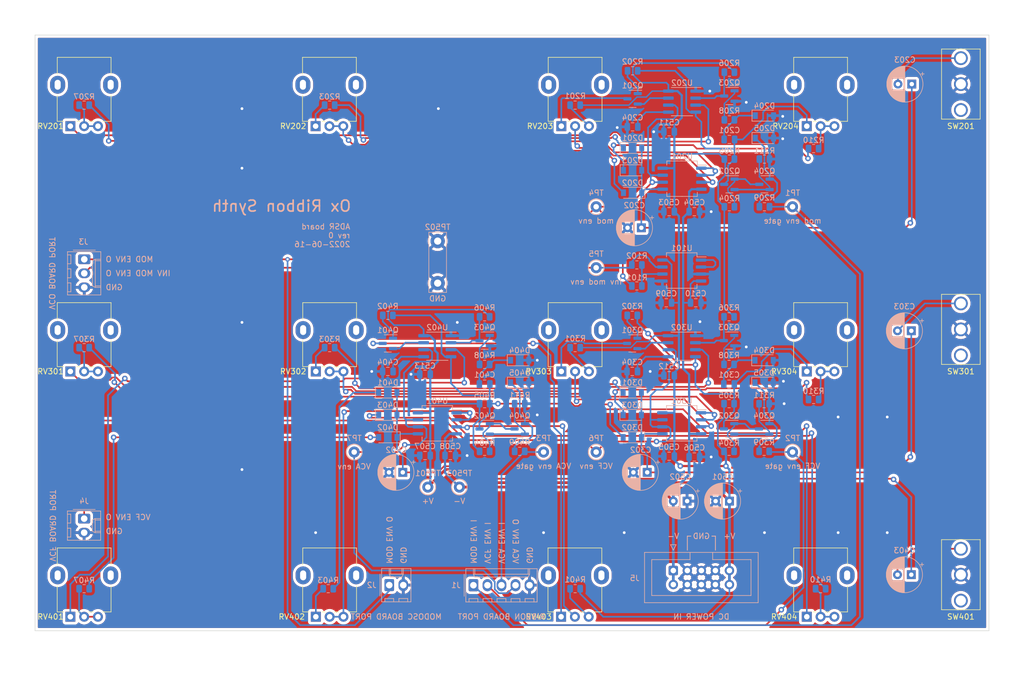
<source format=kicad_pcb>
(kicad_pcb (version 20211014) (generator pcbnew)
  (title_block (title "Josh Ox Ribbon Synth ADSR board") (date "2022-06-16") (rev "0") (comment 2 "creativecommons.org/licences/by/4.0") (comment 3 "license: CC by 4.0") (comment 4 "Author: Jordan Aceto"))
  (layers (0 "F.Cu" signal) (31 "B.Cu" signal) (34 "B.Paste" user) (35 "F.Paste" user) (36 "B.SilkS" user "B.Silkscreen") (37 "F.SilkS" user "F.Silkscreen") (38 "B.Mask" user) (39 "F.Mask" user) (44 "Edge.Cuts" user))
  (net 0 "")
  (net 1 "Net-(C201-Pad1)")
  (net 2 "Net-(C201-Pad2)")
  (net 3 "/modulation_ADSR/OUT")
  (net 4 "Net-(C202-Pad1)")
  (net 5 "Net-(C203-Pad2)")
  (net 6 "Net-(C204-Pad1)")
  (net 7 "Net-(C302-Pad1)")
  (net 8 "Net-(C301-Pad1)")
  (net 9 "Net-(C301-Pad2)")
  (net 10 "/VCF_ADSR/OUT")
  (net 11 "Net-(C402-Pad1)")
  (net 12 "Net-(C303-Pad2)")
  (net 13 "Net-(C304-Pad1)")
  (net 14 "Net-(D202-Pad2)")
  (net 15 "Net-(C401-Pad1)")
  (net 16 "Net-(C401-Pad2)")
  (net 17 "/VCA_ENV")
  (net 18 "Net-(D205-Pad1)")
  (net 19 "Net-(C403-Pad2)")
  (net 20 "Net-(C404-Pad1)")
  (net 21 "Net-(D302-Pad2)")
  (net 22 "+15V")
  (net 23 "GND")
  (net 24 "-15V")
  (net 25 "Net-(D201-Pad1)")
  (net 26 "Net-(D305-Pad1)")
  (net 27 "Net-(D402-Pad2)")
  (net 28 "Net-(D203-Pad1)")
  (net 29 "Net-(D405-Pad1)")
  (net 30 "Net-(D301-Pad1)")
  (net 31 "/modulation_ADSR/GATE")
  (net 32 "/VCF_ADSR/GATE")
  (net 33 "Net-(D303-Pad1)")
  (net 34 "/VCA_ADSR/GATE")
  (net 35 "Net-(D401-Pad1)")
  (net 36 "Net-(J3-Pad2)")
  (net 37 "Net-(R101-Pad2)")
  (net 38 "Net-(D403-Pad1)")
  (net 39 "Net-(U101-Pad1)")
  (net 40 "Net-(Q203-Pad1)")
  (net 41 "Net-(Q203-Pad3)")
  (net 42 "Net-(Q303-Pad1)")
  (net 43 "Net-(Q201-Pad1)")
  (net 44 "Net-(Q201-Pad2)")
  (net 45 "Net-(Q201-Pad3)")
  (net 46 "Net-(Q202-Pad1)")
  (net 47 "Net-(Q202-Pad2)")
  (net 48 "Net-(Q303-Pad3)")
  (net 49 "Net-(Q403-Pad1)")
  (net 50 "Net-(Q403-Pad3)")
  (net 51 "Net-(R201-Pad2)")
  (net 52 "Net-(R203-Pad1)")
  (net 53 "Net-(R207-Pad1)")
  (net 54 "Net-(R210-Pad2)")
  (net 55 "Net-(R301-Pad2)")
  (net 56 "Net-(R303-Pad1)")
  (net 57 "Net-(R307-Pad1)")
  (net 58 "Net-(Q301-Pad1)")
  (net 59 "Net-(Q301-Pad2)")
  (net 60 "Net-(Q301-Pad3)")
  (net 61 "Net-(Q302-Pad1)")
  (net 62 "Net-(Q302-Pad2)")
  (net 63 "Net-(R310-Pad2)")
  (net 64 "Net-(R401-Pad2)")
  (net 65 "Net-(R403-Pad1)")
  (net 66 "Net-(R407-Pad1)")
  (net 67 "Net-(R410-Pad2)")
  (net 68 "Net-(RV202-Pad2)")
  (net 69 "Net-(RV302-Pad2)")
  (net 70 "Net-(RV402-Pad2)")
  (net 71 "Net-(Q401-Pad1)")
  (net 72 "Net-(Q401-Pad2)")
  (net 73 "Net-(Q401-Pad3)")
  (net 74 "Net-(Q402-Pad1)")
  (net 75 "Net-(Q402-Pad2)")
  (net 76 "Net-(RV201-Pad1)")
  (net 77 "Net-(RV203-Pad2)")
  (net 78 "Net-(RV301-Pad1)")
  (net 79 "Net-(RV303-Pad2)")
  (net 80 "Net-(RV401-Pad1)")
  (net 81 "Net-(RV403-Pad2)")
  (footprint "Potentiometer_THT:Potentiometer_Alpha_RD901F-40-00D_Single_Vertical" (layer "F.Cu") (at 69.85 33.02 90)
    (fp_text reference "RV202")
    (fp_text value "500kA")
  )
  (footprint "custom_footprints:SPDT_mini_toggle" (layer "F.Cu") (at 186.69 25.4 180)
    (fp_text reference "SW201")
    (fp_text value "SW_SPDT")
  )
  (footprint "Potentiometer_THT:Potentiometer_Alpha_RD901F-40-00D_Single_Vertical" (layer "F.Cu") (at 25.44 121.92 90)
    (fp_text reference "RV401")
    (fp_text value "500kA")
  )
  (footprint "Potentiometer_THT:Potentiometer_Alpha_RD901F-40-00D_Single_Vertical" (layer "F.Cu") (at 25.44 33.02 90)
    (fp_text reference "RV201")
    (fp_text value "500kA")
  )
  (footprint "Potentiometer_THT:Potentiometer_Alpha_RD901F-40-00D_Single_Vertical" (layer "F.Cu") (at 25.44 77.47 90)
    (fp_text reference "RV301")
    (fp_text value "500kA")
  )
  (footprint "Potentiometer_THT:Potentiometer_Alpha_RD901F-40-00D_Single_Vertical" (layer "F.Cu") (at 158.79 77.47 90)
    (fp_text reference "RV304")
    (fp_text value "500kA")
  )
  (footprint "custom_footprints:SPDT_mini_toggle" (layer "F.Cu") (at 186.69 114.3 180)
    (fp_text reference "SW401")
    (fp_text value "SW_SPDT")
  )
  (footprint "Potentiometer_THT:Potentiometer_Alpha_RD901F-40-00D_Single_Vertical" (layer "F.Cu") (at 114.3 121.92 90)
    (fp_text reference "RV403")
    (fp_text value "10k")
  )
  (footprint "Potentiometer_THT:Potentiometer_Alpha_RD901F-40-00D_Single_Vertical" (layer "F.Cu") (at 69.89 121.92 90)
    (fp_text reference "RV402")
    (fp_text value "500kA")
  )
  (footprint "custom_footprints:SPDT_mini_toggle" (layer "F.Cu") (at 186.69 69.85 180)
    (fp_text reference "SW301")
    (fp_text value "SW_SPDT")
  )
  (footprint "Potentiometer_THT:Potentiometer_Alpha_RD901F-40-00D_Single_Vertical" (layer "F.Cu") (at 114.34 77.47 90)
    (fp_text reference "RV303")
    (fp_text value "10k")
  )
  (footprint "Potentiometer_THT:Potentiometer_Alpha_RD901F-40-00D_Single_Vertical" (layer "F.Cu") (at 158.79 121.92 90)
    (fp_text reference "RV404")
    (fp_text value "500kA")
  )
  (footprint "Potentiometer_THT:Potentiometer_Alpha_RD901F-40-00D_Single_Vertical" (layer "F.Cu") (at 158.79 33.02 90)
    (fp_text reference "RV204")
    (fp_text value "500kA")
  )
  (footprint "Potentiometer_THT:Potentiometer_Alpha_RD901F-40-00D_Single_Vertical" (layer "F.Cu") (at 69.89 77.47 90)
    (fp_text reference "RV302")
    (fp_text value "500kA")
  )
  (footprint "Potentiometer_THT:Potentiometer_Alpha_RD901F-40-00D_Single_Vertical" (layer "F.Cu") (at 114.34 33.02 90)
    (fp_text reference "RV203")
    (fp_text value "10k")
  )
  (footprint "Capacitor_SMD:C_0805_2012Metric" (layer "B.Cu") (at 94.234 92.71 180)
    (fp_text reference "C508")
    (fp_text value "100n")
  )
  (footprint "Capacitor_SMD:C_0805_2012Metric" (layer "B.Cu") (at 100.453 79.756 180)
    (fp_text reference "C401")
    (fp_text value "10n")
  )
  (footprint "TestPoint:TestPoint_Keystone_5000-5004_Miniature" (layer "B.Cu") (at 111.125 92.075 180)
    (fp_text reference "TP3")
    (fp_text value "VCA env gate")
  )
  (footprint "Capacitor_THT:CP_Radial_D6.3mm_P2.50mm" (layer "B.Cu") (at 85.63338 95.758 180)
    (fp_text reference "C402")
    (fp_text value "2u2")
  )
  (footprint "Diode_SMD:D_SOD-123" (layer "B.Cu") (at 151.064 75.438)
    (fp_text reference "D304")
    (fp_text value "1N4148W")
  )
  (footprint "Resistor_SMD:R_0805_2012Metric" (layer "B.Cu") (at 106.803 91.948 180)
    (fp_text reference "R409")
    (fp_text value "100k")
  )
  (footprint "Capacitor_THT:CP_Radial_D6.3mm_P2.50mm" (layer "B.Cu") (at 144.78 100.965 180)
    (fp_text reference "C501")
    (fp_text value "10u")
  )
  (footprint "Resistor_SMD:R_0805_2012Metric" (layer "B.Cu") (at 144.714 91.948)
    (fp_text reference "R304")
    (fp_text value "10k")
  )
  (footprint "Capacitor_SMD:C_0805_2012Metric" (layer "B.Cu") (at 133.35 65.024 180)
    (fp_text reference "C509")
    (fp_text value "100n")
  )
  (footprint "TestPoint:TestPoint_Bridge_Pitch7.62mm_Drill1.3mm" (layer "B.Cu") (at 91.948 53.848 -90)
    (fp_text reference "TP502")
    (fp_text value "GND")
  )
  (footprint "TestPoint:TestPoint_Keystone_5000-5004_Miniature" (layer "B.Cu") (at 156.21 47.625 180)
    (fp_text reference "TP1")
    (fp_text value "mod env gate")
  )
  (footprint "TestPoint:TestPoint_Keystone_5000-5004_Miniature" (layer "B.Cu") (at 76.835 92.075 180)
    (fp_text reference "TP7")
    (fp_text value "VCA env")
  )
  (footprint "Resistor_SMD:R_0805_2012Metric" (layer "B.Cu") (at 27.94 29.21)
    (fp_text reference "R207")
    (fp_text value "R")
  )
  (footprint "Capacitor_SMD:C_0805_2012Metric" (layer "B.Cu") (at 82.927 77.47 180)
    (fp_text reference "C404")
    (fp_text value "10n")
  )
  (footprint "Capacitor_THT:CP_Radial_D6.3mm_P2.50mm" (layer "B.Cu") (at 129.89438 95.758 180)
    (fp_text reference "C302")
    (fp_text value "2u2")
  )
  (footprint "Resistor_SMD:R_0805_2012Metric" (layer "B.Cu") (at 127.188 67.31 180)
    (fp_text reference "R302")
    (fp_text value "1M")
  )
  (footprint "Capacitor_SMD:C_0805_2012Metric" (layer "B.Cu") (at 89.662 92.71 180)
    (fp_text reference "C507")
    (fp_text value "100n")
  )
  (footprint "Capacitor_SMD:C_0805_2012Metric" (layer "B.Cu") (at 144.77 35.433 180)
    (fp_text reference "C201")
    (fp_text value "10n")
  )
  (footprint "TestPoint:TestPoint_Keystone_5000-5004_Miniature" (layer "B.Cu") (at 120.65 58.674 180)
    (fp_text reference "TP5")
    (fp_text value "inv mod env")
  )
  (footprint "Capacitor_SMD:C_0805_2012Metric" (layer "B.Cu") (at 138.684 65.024 180)
    (fp_text reference "C510")
    (fp_text value "100n")
  )
  (footprint "Diode_SMD:D_SOD-123" (layer "B.Cu") (at 127.188 89.408 180)
    (fp_text reference "D302")
    (fp_text value "1N4148W")
  )
  (footprint "Resistor_SMD:R_0805_2012Metric" (layer "B.Cu") (at 151.12 38.989)
    (fp_text reference "R211")
    (fp_text value "22")
  )
  (footprint "Resistor_SMD:R_0805_2012Metric" (layer "B.Cu") (at 161.29 116.84 180)
    (fp_text reference "R410")
    (fp_text value "R")
  )
  (footprint "Diode_SMD:D_SOD-123" (layer "B.Cu") (at 82.927 81.28)
    (fp_text reference "D401")
    (fp_text value "1N4148W")
  )
  (footprint "Package_SO:SOIC-8_3.9x4.9mm_P1.27mm" (layer "B.Cu") (at 136.144 72.898 180)
    (fp_text reference "U302")
    (fp_text value "LM555xM")
  )
  (footprint "Resistor_SMD:R_0805_2012Metric" (layer "B.Cu") (at 128.016 58.166 180)
    (fp_text reference "R102")
    (fp_text value "100k")
  )
  (footprint "Resistor_SMD:R_0805_2012Metric" (layer "B.Cu") (at 116.84 29.21 180)
    (fp_text reference "R201")
    (fp_text value "4k7")
  )
  (footprint "Capacitor_SMD:C_0805_2012Metric" (layer "B.Cu") (at 144.714 79.756 180)
    (fp_text reference "C301")
    (fp_text value "10n")
  )
  (footprint "Resistor_SMD:R_0805_2012Metric" (layer "B.Cu") (at 144.714 83.312)
    (fp_text reference "R305")
    (fp_text value "10k")
  )
  (footprint "TestPoint:TestPoint_Keystone_5000-5004_Miniature" (layer "B.Cu") (at 156.21 92.075 180)
    (fp_text reference "TP2")
    (fp_text value "VCF env gate")
  )
  (footprint "Capacitor_SMD:C_0805_2012Metric" (layer "B.Cu") (at 127.244 33.147 180)
    (fp_text reference "C204")
    (fp_text value "10n")
  )
  (footprint "Resistor_SMD:R_0805_2012Metric" (layer "B.Cu") (at 72.39 73.152)
    (fp_text reference "R303")
    (fp_text value "R")
  )
  (footprint "TestPoint:TestPoint_Keystone_5000-5004_Miniature" (layer "B.Cu") (at 120.65 47.625 180)
    (fp_text reference "TP4")
    (fp_text value "mod env")
  )
  (footprint "Capacitor_SMD:C_0805_2012Metric" (layer "B.Cu") (at 127.188 77.47 180)
    (fp_text reference "C304")
    (fp_text value "10n")
  )
  (footprint "Diode_SMD:D_SOD-123" (layer "B.Cu") (at 151.064 79.502)
    (fp_text reference "D305")
    (fp_text value "1N4148W")
  )
  (footprint "Capacitor_SMD:C_0805_2012Metric" (layer "B.Cu") (at 133.858 48.514 180)
    (fp_text reference "C503")
    (fp_text value "100n")
  )
  (footprint "Package_TO_SOT_SMD:SOT-23" (layer "B.Cu") (at 127.244 28.067 180)
    (fp_text reference "Q201")
    (fp_text value "2N7002")
  )
  (footprint "Capacitor_SMD:C_0805_2012Metric" (layer "B.Cu") (at 133.858 34.036 180)
    (fp_text reference "C511")
    (fp_text value "100n")
  )
  (footprint "TestPoint:TestPoint_Keystone_5000-5004_Miniature" (layer "B.Cu") (at 90.17 98.425 180)
    (fp_text reference "TP501")
    (fp_text value "V+")
  )
  (footprint "Package_TO_SOT_SMD:SOT-23" (layer "B.Cu") (at 127.188 72.39 180)
    (fp_text reference "Q301")
    (fp_text value "2N7002")
  )
  (footprint "Capacitor_THT:CP_Radial_D6.3mm_P2.50mm" (layer "B.Cu") (at 177.71238 114.3 180)
    (fp_text reference "C403")
    (fp_text value "22u")
  )
  (footprint "Connector_Molex:Molex_KK-254_AE-6410-03A_1x03_P2.54mm_Vertical" (layer "B.Cu") (at 27.96 57.15 -90)
    (fp_text reference "J3")
    (fp_text value "VCO_port")
  )
  (footprint "Resistor_SMD:R_0805_2012Metric" (layer "B.Cu") (at 144.77 23.241 180)
    (fp_text reference "R206")
    (fp_text value "10k")
  )
  (footprint "Diode_SMD:D_SOD-123" (layer "B.Cu") (at 106.803 79.502)
    (fp_text reference "D405")
    (fp_text value "1N4148W")
  )
  (footprint "Resistor_SMD:R_0805_2012Metric" (layer "B.Cu") (at 151.064 91.948 180)
    (fp_text reference "R309")
    (fp_text value "100k")
  )
  (footprint "Connector_Molex:Molex_KK-254_AE-6410-02A_1x02_P2.54mm_Vertical" (layer "B.Cu") (at 83.185 116.185)
    (fp_text reference "J2")
    (fp_text value "modosc_port")
  )
  (footprint "Diode_SMD:D_SOD-123" (layer "B.Cu") (at 82.927 89.408 180)
    (fp_text reference "D402")
    (fp_text value "1N4148W")
  )
  (footprint "Package_TO_SOT_SMD:SOT-23" (layer "B.Cu") (at 82.927 72.39 180)
    (fp_text reference "Q401")
    (fp_text value "2N7002")
  )
  (footprint "Capacitor_SMD:C_0805_2012Metric" (layer "B.Cu") (at 133.858 92.837 180)
    (fp_text reference "C505")
    (fp_text value "100n")
  )
  (footprint "Resistor_SMD:R_0805_2012Metric" (layer "B.Cu") (at 27.94 73.152)
    (fp_text reference "R307")
    (fp_text value "R")
  )
  (footprint "Capacitor_SMD:C_0805_2012Metric" (layer "B.Cu") (at 138.43 48.514 180)
    (fp_text reference "C504")
    (fp_text value "100n")
  )
  (footprint "Package_TO_SOT_SMD:SOT-23" (layer "B.Cu") (at 144.77 43.561 180)
    (fp_text reference "Q202")
    (fp_text value "MMBT3904")
  )
  (footprint "Package_TO_SOT_SMD:SOT-23" (layer "B.Cu") (at 106.803 87.884 180)
    (fp_text reference "Q404")
    (fp_text value "MMBT3904")
  )
  (footprint "Package_TO_SOT_SMD:SOT-23" (layer "B.Cu") (at 100.453 87.884 180)
    (fp_text reference "Q402")
    (fp_text value "MMBT3904")
  )
  (footprint "Connector_IDC:IDC-Header_2x05_P2.54mm_Vertical" (layer "B.Cu") (at 134.62 113.5475 -90)
    (fp_text reference "J5")
    (fp_text value "power_entry")
  )
  (footprint "Diode_SMD:D_SOD-123" (layer "B.Cu") (at 151.12 35.179)
    (fp_text reference "D205")
    (fp_text value "1N4148W")
  )
  (footprint "Resistor_SMD:R_0805_2012Metric" (layer "B.Cu") (at 72.136 116.84)
    (fp_text reference "R403")
    (fp_text value "R")
  )
  (footprint "TestPoint:TestPoint_Keystone_5000-5004_Miniature" (layer "B.Cu") (at 95.885 98.425 180)
    (fp_text reference "TP503")
    (fp_text value "V-")
  )
  (footprint "Capacitor_SMD:C_0805_2012Metric" (layer "B.Cu") (at 89.662 77.978 180)
    (fp_text reference "C513")
    (fp_text value "100n")
  )
  (footprint "Resistor_SMD:R_0805_2012Metric" (layer "B.Cu") (at 116.84 116.84 180)
    (fp_text reference "R401")
    (fp_text value "4k7")
  )
  (footprint "Diode_SMD:D_SOD-123" (layer "B.Cu") (at 127.188 85.344)
    (fp_text reference "D303")
    (fp_text value "1N4148W")
  )
  (footprint "Resistor_SMD:R_0805_2012Metric" (layer "B.Cu") (at 72.39 29.21)
    (fp_text reference "R203")
    (fp_text value "R")
  )
  (footprint "Diode_SMD:D_SOD-123" (layer "B.Cu") (at 127.188 81.28)
    (fp_text reference "D301")
    (fp_text value "1N4148W")
  )
  (footprint "Package_SO:SO-8_5.3x6.2mm_P1.27mm" (layer "B.Cu") (at 136.144 86.868 180)
    (fp_text reference "U301")
    (fp_text value "TL072")
  )
  (footprint "Connector_Molex:Molex_KK-254_AE-6410-02A_1x02_P2.54mm_Vertical" (layer "B.Cu") (at 27.94 104.14 -90)
    (fp_text reference "J4")
    (fp_text value "VCF_port")
  )
  (footprint "Capacitor_THT:CP_Radial_D6.3mm_P2.50mm" (layer "B.Cu") (at 177.8 25.4 180)
    (fp_text reference "C203")
    (fp_text value "22u")
  )
  (footprint "Diode_SMD:D_SOD-123" (layer "B.Cu") (at 106.803 75.438)
    (fp_text reference "D404")
    (fp_text value "1N4148W")
  )
  (footprint "Resistor_SMD:R_0805_2012Metric" (layer "B.Cu") (at 100.453 76.2 180)
    (fp_text reference "R408")
    (fp_text value "10k")
  )
  (footprint "Resistor_SMD:R_0805_2012Metric" (layer "B.Cu") (at 127.244 22.987 180)
    (fp_text reference "R202")
    (fp_text value "1M")
  )
  (footprint "Resistor_SMD:R_0805_2012Metric" (layer "B.Cu") (at 116.84 73.152 180)
    (fp_text reference "R301")
    (fp_text value "4k7")
  )
  (footprint "Resistor_SMD:R_0805_2012Metric" (layer "B.Cu") (at 144.77 38.989)
    (fp_text reference "R205")
    (fp_text value "10k")
  )
  (footprint "Resistor_SMD:R_0805_2012Metric" (layer "B.Cu") (at 151.064 83.312)
    (fp_text reference "R311")
    (fp_text value "22")
  )
  (footprint "Package_SO:SO-8_5.3x6.2mm_P1.27mm" (layer "B.Cu") (at 91.883 86.868 180)
    (fp_text reference "U401")
    (fp_text value "TL072")
  )
  (footprint "Resistor_SMD:R_0805_2012Metric" (layer "B.Cu") (at 144.77 31.877 180)
    (fp_text reference "R208")
    (fp_text value "10k")
  )
  (footprint "Package_TO_SOT_SMD:SOT-23" (layer "B.Cu") (at 151.12 43.561 180)
    (fp_text reference "Q204")
    (fp_text value "MMBT3904")
  )
  (footprint "Resistor_SMD:R_0805_2012Metric" (layer "B.Cu") (at 100.453 91.948)
    (fp_text reference "R404")
    (fp_text value "10k")
  )
  (footprint "Capacitor_SMD:C_0805_2012Metric" (layer "B.Cu") (at 133.858 78.232 180)
    (fp_text reference "C512")
    (fp_text value "100n")
  )
  (footprint "TestPoint:TestPoint_Keystone_5000-5004_Miniature" (layer "B.Cu") (at 120.65 92.075 180)
    (fp_text reference "TP6")
    (fp_text value "VCF env")
  )
  (footprint "Package_TO_SOT_SMD:SOT-23" (layer "B.Cu") (at 144.714 71.882 180)
    (fp_text reference "Q303")
    (fp_text value "MMBT3904")
  )
  (footprint "Capacitor_SMD:C_0805_2012Metric" (layer "B.Cu") (at 138.43 92.964 180)
    (fp_text reference "C506")
    (fp_text value "100n")
  )
  (footprint "Resistor_SMD:R_0805_2012Metric" (layer "B.Cu") (at 106.803 83.312)
    (fp_text reference "R411")
    (fp_text value "22")
  )
  (footprint "Diode_SMD:D_SOD-123" (layer "B.Cu") (at 151.12 31.115)
    (fp_text reference "D204")
    (fp_text value "1N4148W")
  )
  (footprint "Diode_SMD:D_SOD-123" (layer "B.Cu") (at 127.244 45.085 180)
    (fp_text reference "D202")
    (fp_text value "1N4148W")
  )
  (footprint "Resistor_SMD:R_0805_2012Metric" (layer "B.Cu") (at 151.12 47.625 180)
    (fp_text reference "R209")
    (fp_text value "100k")
  )
  (footprint "Resistor_SMD:R_0805_2012Metric" (layer "B.Cu") (at 144.77 47.625)
    (fp_text reference "R204")
    (fp_text value "10k")
  )
  (footprint "Resistor_SMD:R_0805_2012Metric" (layer "B.Cu") (at 27.94 116.84)
    (fp_text reference "R407")
    (fp_text value "R")
  )
  (footprint "Resistor_SMD:R_0805_2012Metric" (layer "B.Cu") (at 100.453 67.564 180)
    (fp_text reference "R406")
    (fp_text value "10k")
  )
  (footprint "Package_TO_SOT_SMD:SOT-23" (layer "B.Cu") (at 100.453 71.882 180)
    (fp_text reference "Q403")
    (fp_text value "MMBT3904")
  )
  (footprint "Resistor_SMD:R_0805_2012Metric" (layer "B.Cu") (at 160.02 82.55)
    (fp_text reference "R310")
    (fp_text value "R")
  )
  (footprint "Package_SO:SO-8_5.3x6.2mm_P1.27mm" (layer "B.Cu") (at 136.2 42.545 180)
    (fp_text reference "U201")
    (fp_text value "TL072")
  )
  (footprint "Diode_SMD:D_SOD-123" (layer "B.Cu") (at 127.244 41.021)
    (fp_text reference "D203")
    (fp_text value "1N4148W")
  )
  (footprint "Connector_Molex:Molex_KK-254_AE-6410-05A_1x05_P2.54mm_Vertical" (layer "B.Cu") (at 98.425 116.205)
    (fp_text reference "J1")
    (fp_text value "ribbon_port")
  )
  (footprint "Resistor_SMD:R_0805_2012Metric" (layer "B.Cu") (at 100.453 83.312)
    (fp_text reference "R405")
    (fp_text value "10k")
  )
  (footprint "Diode_SMD:D_SOD-123" (layer "B.Cu") (at 82.927 85.344)
    (fp_text reference "D403")
    (fp_text value "1N4148W")
  )
  (footprint "Package_TO_SOT_SMD:SOT-23" (layer "B.Cu") (at 144.714 87.884 180)
    (fp_text reference "Q302")
    (fp_text value "MMBT3904")
  )
  (footprint "Diode_SMD:D_SOD-123" (layer "B.Cu") (at 127.244 36.957)
    (fp_text reference "D201")
    (fp_text value "1N4148W")
  )
  (footprint "Resistor_SMD:R_0805_2012Metric" (layer "B.Cu") (at 144.714 67.564 180)
    (fp_text reference "R306")
    (fp_text value "10k")
  )
  (footprint "Package_TO_SOT_SMD:SOT-23" (layer "B.Cu") (at 144.77 27.559 180)
    (fp_text reference "Q203")
    (fp_text value "MMBT3904")
  )
  (footprint "Capacitor_THT:CP_Radial_D6.3mm_P2.50mm" (layer "B.Cu") (at 137.12 100.965 180)
    (fp_text reference "C502")
    (fp_text value "10u")
  )
  (footprint "Capacitor_THT:CP_Radial_D6.3mm_P2.50mm" (layer "B.Cu") (at 128.83088 51.435 180)
    (fp_text reference "C202")
    (fp_text value "2u2")
  )
  (footprint "Resistor_SMD:R_0805_2012Metric" (layer "B.Cu") (at 82.927 67.31 180)
    (fp_text reference "R402")
    (fp_text value "1M")
  )
  (footprint "Resistor_SMD:R_0805_2012Metric" (layer "B.Cu") (at 144.714 76.2 180)
    (fp_text reference "R308")
    (fp_text value "10k")
  )
  (footprint "Package_SO:SOIC-8_3.9x4.9mm_P1.27mm" (layer "B.Cu") (at 136.2 28.575 180)
    (fp_text reference "U202")
    (fp_text value "LM555xM")
  )
  (footprint "Package_SO:SOIC-8_3.9x4.9mm_P1.27mm" (layer "B.Cu") (at 91.883 72.898 180)
    (fp_text reference "U402")
    (fp_text value "LM555xM")
  )
  (footprint "Package_SO:SO-8_5.3x6.2mm_P1.27mm" (layer "B.Cu") (at 136.144 59.182 180)
    (fp_text reference "U101")
    (fp_text value "TL072")
  )
  (footprint "Resistor_SMD:R_0805_2012Metric" (layer "B.Cu") (at 128.016 61.976)
    (fp_text reference "R101")
    (fp_text value "100k")
  )
  (footprint "Resistor_SMD:R_0805_2012Metric" (layer "B.Cu") (at 160.02 37.084)
    (fp_text reference "R210")
    (fp_text value "R")
  )
  (footprint "Package_TO_SOT_SMD:SOT-23" (layer "B.Cu") (at 151.064 87.884 180)
    (fp_text reference "Q304")
    (fp_text value "MMBT3904")
  )
  (footprint "Capacitor_THT:CP_Radial_D6.3mm_P2.50mm" (layer "B.Cu") (at 177.71238 70.104 180)
    (fp_text reference "C303")
    (fp_text value "22u")
  )
  (gr_line (start 137.795 107.315) (end 137.16 107.315) (layer "B.SilkS") (width 0.15))
  (gr_line (start 142.24 107.315) (end 142.24 109.855) (layer "B.SilkS") (width 0.15))
  (gr_line (start 141.605 107.315) (end 142.24 107.315) (layer "B.SilkS") (width 0.15))
  (gr_line (start 137.16 107.315) (end 137.16 109.855) (layer "B.SilkS") (width 0.15))
  (gr_line (start 191.77 124.46) (end 191.77 16.51) (layer "Edge.Cuts") (width 0.1))
  (gr_line (start 191.77 16.51) (end 19.05 16.51) (layer "Edge.Cuts") (width 0.1))
  (gr_line (start 19.05 124.46) (end 191.77 124.46) (layer "Edge.Cuts") (width 0.1))
  (gr_line (start 19.05 16.51) (end 19.05 124.46) (layer "Edge.Cuts") (width 0.1))
  (gr_text "inv mod env" (at 120.65 61.214) (layer "B.SilkS") (effects (font (size 1 1)) (justify mirror)))
  (gr_text "mod env gate" (at 156.21 50.165) (layer "B.SilkS") (effects (font (size 1 1)) (justify mirror)))
  (gr_text "ADSR board\nrev 0\n2022-06-16" (at 76.2 52.832) (layer "B.SilkS") (effects (font (size 1 1)) (justify left mirror)))
  (gr_text "VCF BOARD PORT" (at 22.225 105.41 270) (layer "B.SilkS") (effects (font (size 1 1)) (justify mirror)))
  (gr_text "V-" (at 95.885 100.965) (layer "B.SilkS") (effects (font (size 1 1)) (justify mirror)))
  (gr_text "GND" (at 31.75 106.43) (layer "B.SilkS") (effects (font (size 1 1)) (justify right mirror)))
  (gr_text "V+" (at 144.78 107.315) (layer "B.SilkS") (effects (font (size 1 1)) (justify mirror)))
  (gr_text "mod env" (at 120.65 50.165) (layer "B.SilkS") (effects (font (size 1 1)) (justify mirror)))
  (gr_text "MOD ENV O" (at 31.75 57.15) (layer "B.SilkS") (effects (font (size 1 1)) (justify right mirror)))
  (gr_text "GND" (at 85.725 112.395 270) (layer "B.SilkS") (effects (font (size 1 1)) (justify left mirror)))
  (gr_text "GND" (at 31.75 62.23) (layer "B.SilkS") (effects (font (size 1 1)) (justify right mirror)))
  (gr_text "VCA ENV I" (at 103.505 112.395 270) (layer "B.SilkS") (effects (font (size 1 1)) (justify left mirror)))
  (gr_text "VCF ENV O" (at 31.75 103.89) (layer "B.SilkS") (effects (font (size 1 1)) (justify right mirror)))
  (gr_text "GND" (at 91.948 64.262) (layer "B.SilkS") (effects (font (size 1 1)) (justify mirror)))
  (gr_text "MOD ENV O" (at 83.185 112.395 270) (layer "B.SilkS") (effects (font (size 1 1)) (justify left mirror)))
  (gr_text "GND" (at 139.7 107.315) (layer "B.SilkS") (effects (font (size 1 1)) (justify mirror)))
  (gr_text "MOD ENV I" (at 98.425 112.395 270) (layer "B.SilkS") (effects (font (size 1 1)) (justify left mirror)))
  (gr_text "VCA env gate" (at 111.125 94.615) (layer "B.SilkS") (effects (font (size 1 1)) (justify mirror)))
  (gr_text "VCF env" (at 120.65 94.615) (layer "B.SilkS") (effects (font (size 1 1)) (justify mirror)))
  (gr_text "VCA ENV O" (at 106.045 112.395 270) (layer "B.SilkS") (effects (font (size 1 1)) (justify left mirror)))
  (gr_text "DC POWER IN" (at 139.7 121.92) (layer "B.SilkS") (effects (font (size 1 1)) (justify mirror)))
  (gr_text "V-" (at 134.62 107.315) (layer "B.SilkS") (effects (font (size 1 1)) (justify mirror)))
  (gr_text "VCF ENV I" (at 100.965 112.395 270) (layer "B.SilkS") (effects (font (size 1 1)) (justify left mirror)))
  (gr_text "Ox Ribbon Synth" (at 76.454 47.498) (layer "B.SilkS") (effects (font (size 2 2) (thickness 0.3)) (justify left mirror)))
  (gr_text "INV MOD ENV O" (at 31.75 59.69) (layer "B.SilkS") (effects (font (size 1 1)) (justify right mirror)))
  (gr_text "GND" (at 108.585 112.395 270) (layer "B.SilkS") (effects (font (size 1 1)) (justify left mirror)))
  (gr_text "RIBBON BOARD PORT" (at 103.505 121.92) (layer "B.SilkS") (effects (font (size 1 1)) (justify mirror)))
  (gr_text "V+" (at 90.17 100.965) (layer "B.SilkS") (effects (font (size 1 1)) (justify mirror)))
  (gr_text "VCO BOARD PORT" (at 22.1 59.69 270) (layer "B.SilkS") (effects (font (size 1 1)) (justify mirror)))
  (gr_text "VCA env" (at 76.835 94.699) (layer "B.SilkS") (effects (font (size 1 1)) (justify mirror)))
  (gr_text "VCF env gate" (at 156.21 94.615) (layer "B.SilkS") (effects (font (size 1 1)) (justify mirror)))
  (gr_text "MODOSC BOARD PORT" (at 84.455 121.92) (layer "B.SilkS") (effects (font (size 1 1)) (justify mirror)))
  (segment (start 139.7 32.258) (end 138.675 31.233) (width 0.3) (layer "B.Cu") (net 1))
  (segment (start 145.569 37.084) (end 140.462 37.084) (width 0.3) (layer "B.Cu") (net 1))
  (segment (start 145.6825 38.989) (end 145.6825 36.9705) (width 0.3) (layer "B.Cu") (net 1))
  (segment (start 143.8325 43.561) (end 144.526 42.8675) (width 0.3) (layer "B.Cu") (net 1))
  (segment (start 147.193 35.433) (end 145.72 35.433) (width 0.3) (layer "B.Cu") (net 1))
  (segment (start 145.6825 35.4705) (end 145.72 35.433) (width 0.3) (layer "B.Cu") (net 1))
  (segment (start 138.675 30.48) (end 137.597 30.48) (width 0.3) (layer "B.Cu") (net 1))
  (segment (start 157.226 29.464) (end 151.892 29.464) (width 0.3) (layer "B.Cu") (net 1))
  (segment (start 158.79 31.028) (end 157.226 29.464) (width 0.3) (layer "B.Cu") (net 1))
  (segment (start 138.675 31.233) (end 138.675 30.48) (width 0.3) (layer "B.Cu") (net 1))
  (segment (start 136.962 25.019) (end 134.93 22.987) (width 0.3) (layer "B.Cu") (net 1))
  (segment (start 145.6825 36.9705) (end 145.569 37.084) (width 0.3) (layer "B.Cu") (net 1))
  (segment (start 144.526 40.1455) (end 145.6825 38.989) (width 0.3) (layer "B.Cu") (net 1))
  (segment (start 144.526 42.8675) (end 144.526 40.1455) (width 0.3) (layer "B.Cu") (net 1))
  (segment (start 150.876 30.48) (end 150.876 31.75) (width 0.3) (layer "B.Cu") (net 1))
  (segment (start 150.876 31.75) (end 147.193 35.433) (width 0.3) (layer "B.Cu") (net 1))
  (segment (start 158.79 33.02) (end 158.79 31.028) (width 0.3) (layer "B.Cu") (net 1))
  (segment (start 151.892 29.464) (end 150.876 30.48) (width 0.3) (layer "B.Cu") (net 1))
  (segment (start 137.597 30.48) (end 136.962 29.845) (width 0.3) (layer "B.Cu") (net 1))
  (segment (start 136.962 29.845) (end 136.962 25.019) (width 0.3) (layer "B.Cu") (net 1))
  (segment (start 139.7 36.322) (end 139.7 32.258) (width 0.3) (layer "B.Cu") (net 1))
  (segment (start 145.6825 36.9705) (end 145.6825 35.4705) (width 0.3) (layer "B.Cu") (net 1))
  (segment (start 134.93 22.987) (end 128.1565 22.987) (width 0.3) (layer "B.Cu") (net 1))
  (segment (start 140.462 37.084) (end 139.7 36.322) (width 0.3) (layer "B.Cu") (net 1))
  (segment (start 143.82 35.433) (end 143.82 33.7395) (width 0.3) (layer "B.Cu") (net 2))
  (segment (start 143.82 33.7395) (end 145.6825 31.877) (width 0.3) (layer "B.Cu") (net 2))
  (segment (start 145.6825 31.877) (end 146.4445 31.115) (width 0.3) (layer "B.Cu") (net 2))
  (segment (start 146.4445 31.115) (end 149.47 31.115) (width 0.3) (layer "B.Cu") (net 2))
  (segment (start 123.698 53.34) (end 125.476 55.118) (width 0.3) (layer "F.Cu") (net 3))
  (segment (start 125.476 55.118) (end 125.476 60.198) (width 0.3) (layer "F.Cu") (net 3))
  (segment (start 120.65 47.625) (end 126.365 47.625) (width 0.3) (layer "F.Cu") (net 3))
  (segment (start 111.125 57.15) (end 27.96 57.15) (width 0.3) (layer "F.Cu") (net 3))
  (segment (start 120.65 47.625) (end 123.698 50.673) (width 0.3) (layer "F.Cu") (net 3))
  (segment (start 120.65 47.625) (end 111.125 57.15) (width 0.3) (layer "F.Cu") (net 3))
  (segment (start 126.365 47.625) (end 130.81 43.18) (width 0.3) (layer "F.Cu") (net 3))
  (segment (start 123.698 50.673) (end 123.698 53.34) (width 0.3) (layer "F.Cu") (net 3))
  (via (at 125.476 60.198) (size 1) (drill 0.5) (layers "F.Cu" "B.Cu") (net 3))
  (via (at 130.81 43.18) (size 1) (drill 0.5) (layers "F.Cu" "B.Cu") (net 3))
  (via (at 64.77 57.15) (size 0.8) (drill 0.4) (layers "F.Cu" "B.Cu") (net 3))
  (segment (start 130.048 41.402) (end 130.048 33.274) (width 0.3) (layer "B.Cu") (net 3))
  (segment (start 130.546 42.799) (end 130.546 41.92) (width 0.3) (layer "B.Cu") (net 3))
  (segment (start 130.556 41.91) (end 130.048 41.402) (width 0.3) (layer "B.Cu") (net 3))
  (segment (start 130.927 43.18) (end 130.546 42.799) (width 0.3) (layer "B.Cu") (net 3))
  (segment (start 125.476 60.198) (end 125.476 60.3485) (width 0.3) (layer "B.Cu") (net 3))
  (segment (start 134.62 31.75) (end 135.382 30.988) (width 0.3) (layer "B.Cu") (net 3))
  (segment (start 64.77 121.158) (end 64.77 57.15) (width 0.3) (layer "B.Cu") (net 3))
  (segment (start 83.185 116.185) (end 83.185 117.221) (width 0.3) (layer "B.Cu") (net 3))
  (segment (start 130.048 33.274) (end 131.572 31.75) (width 0.3) (layer "B.Cu") (net 3))
  (segment (start 76.962 123.444) (end 67.056 123.444) (width 0.3) (layer "B.Cu") (net 3))
  (segment (start 132.7 43.18) (end 130.927 43.18) (width 0.3) (layer "B.Cu") (net 3))
  (segment (start 130.556 41.91) (end 132.7 41.91) (width 0.3) (layer "B.Cu") (net 3))
  (segment (start 67.056 123.444) (end 64.77 121.158) (width 0.3) (layer "B.Cu") (net 3))
  (segment (start 131.572 31.75) (end 134.62 31.75) (width 0.3) (layer "B.Cu") (net 3))
  (segment (start 134.874 29.21) (end 133.725 29.21) (width 0.3) (layer "B.Cu") (net 3))
  (segment (start 83.185 117.221) (end 76.962 123.444) (width 0.3) (layer "B.Cu") (net 3))
  (segment (start 135.382 30.988) (end 135.382 29.718) (width 0.3) (layer "B.Cu") (net 3))
  (segment (start 125.476 60.3485) (end 127.1035 61.976) (width 0.3) (layer "B.Cu") (net 3))
  (segment (start 135.382 29.718) (end 134.874 29.21) (width 0.3) (layer "B.Cu") (net 3))
  (segment (start 130.546 41.92) (end 130.556 41.91) (width 0.3) (layer "B.Cu") (net 3))
  (segment (start 128.83088 51.435) (end 176.657 51.435) (width 0.3) (layer "F.Cu") (net 4))
  (segment (start 176.657 51.435) (end 177.546 50.546) (width 0.3) (layer "F.Cu") (net 4))
  (via (at 177.546 50.546) (size 1) (drill 0.5) (layers "F.Cu" "B.Cu") (net 4))
  (segment (start 177.8 25.4) (end 177.8 50.292) (width 0.3) (layer "B.Cu") (net 4))
  (segment (start 177.8 50.292) (end 177.546 50.546) (width 0.3) (layer "B.Cu") (net 4))
  (segment (start 132.7 44.45) (end 129.529 44.45) (width 0.3) (layer "B.Cu") (net 4))
  (segment (start 128.894 36.957) (end 128.894 45.085) (width 0.3) (layer "B.Cu") (net 4))
  (segment (start 128.83088 51.435) (end 128.83088 45.14812) (width 0.3) (layer "B.Cu") (net 4))
  (segment (start 129.529 44.45) (end 128.894 45.085) (width 0.3) (layer "B.Cu") (net 4))
  (segment (start 128.83088 45.14812) (end 128.894 45.085) (width 0.3) (layer "B.Cu") (net 4))
  (segment (start 178.182 20.7) (end 186.69 20.7) (width 0.3) (layer "B.Cu") (net 5))
  (segment (start 175.3 25.4) (end 175.3 23.582) (width 0.3) (layer "B.Cu") (net 5))
  (segment (start 175.3 23.582) (end 178.182 20.7) (width 0.3) (layer "B.Cu") (net 5))
  (segment (start 129.657 30.48) (end 133.725 30.48) (width 0.3) (layer "B.Cu") (net 6))
  (segment (start 128.194 31.943) (end 129.657 30.48) (width 0.3) (layer "B.Cu") (net 6))
  (segment (start 128.194 33.147) (end 128.194 31.943) (width 0.3) (layer "B.Cu") (net 6))
  (segment (start 174.752 95.758) (end 177.546 92.964) (width 0.3) (layer "F.Cu") (net 7))
  (segment (start 129.89438 95.758) (end 174.752 95.758) (width 0.3) (layer "F.Cu") (net 7))
  (via (at 177.546 92.964) (size 1) (drill 0.5) (layers "F.Cu" "B.Cu") (net 7))
  (segment (start 128.838 91.566) (end 128.838 89.408) (width 0.3) (layer "B.Cu") (net 7))
  (segment (start 132.644 88.773) (end 129.473 88.773) (width 0.3) (layer "B.Cu") (net 7))
  (segment (start 129.473 88.773) (end 128.838 89.408) (width 0.3) (layer "B.Cu") (net 7))
  (segment (start 128.838 81.28) (end 128.838 89.408) (width 0.3) (layer "B.Cu") (net 7))
  (segment (start 177.71238 70.104) (end 177.71238 92.79762) (width 0.3) (layer "B.Cu") (net 7))
  (segment (start 177.71238 92.79762) (end 177.546 92.964) (width 0.3) (layer "B.Cu") (net 7))
  (segment (start 129.89438 92.62238) (end 128.838 91.566) (width 0.3) (layer "B.Cu") (net 7))
  (segment (start 129.89438 95.758) (end 129.89438 92.62238) (width 0.3) (layer "B.Cu") (net 7))
  (segment (start 135.701 76.265) (end 138.619 76.265) (width 0.3) (layer "F.Cu") (net 8))
  (segment (start 130.048 70.612) (end 135.701 76.265) (width 0.3) (layer "F.Cu") (net 8))
  (via (at 138.619 76.265) (size 1) (drill 0.5) (layers "F.Cu" "B.Cu") (net 8))
  (via (at 130.048 70.612) (size 1) (drill 0.5) (layers "F.Cu" "B.Cu") (net 8))
  (segment (start 145.6265 84.695916) (end 145.6265 83.312) (width 0.3) (layer "B.Cu") (net 8))
  (segment (start 155.956 73.406) (end 152.908 73.406) (width 0.3) (layer "B.Cu") (net 8))
  (segment (start 145.6265 79.7935) (end 145.664 79.756) (width 0.3) (layer "B.Cu") (net 8))
  (segment (start 158.79 77.47) (end 158.79 76.24) (width 0.3) (layer "B.Cu") (net 8))
  (segment (start 138.619 79.945) (end 140.208 81.534) (width 0.3) (layer "B.Cu") (net 8))
  (segment (start 150.622 76.708) (end 149.86 77.47) (width 0.3) (layer "B.Cu") (net 8))
  (segment (start 152.908 73.406) (end 150.622 75.692) (width 0.3) (layer "B.Cu") (net 8))
  (segment (start 145.6265 83.312) (end 145.6265 81.4495) (width 0.3) (layer "B.Cu") (net 8))
  (segment (start 143.7765 86.545916) (end 145.6265 84.695916) (width 0.3) (layer "B.Cu") (net 8))
  (segment (start 128.1005 67.31) (end 128.1005 68.6645) (width 0.3) (layer "B.Cu") (net 8))
  (segment (start 145.6265 81.4495) (end 145.6265 79.7935) (width 0.3) (layer "B.Cu") (net 8))
  (segment (start 158.79 76.24) (end 155.956 73.406) (width 0.3) (layer "B.Cu") (net 8))
  (segment (start 149.86 77.47) (end 147.95 77.47) (width 0.3) (layer "B.Cu") (net 8))
  (segment (start 143.7765 87.884) (end 143.7765 86.545916) (width 0.3) (layer "B.Cu") (net 8))
  (segment (start 140.208 81.534) (end 145.542 81.534) (width 0.3) (layer "B.Cu") (net 8))
  (segment (start 128.1005 68.6645) (end 130.048 70.612) (width 0.3) (layer "B.Cu") (net 8))
  (segment (start 145.542 81.534) (end 145.6265 81.4495) (width 0.3) (layer "B.Cu") (net 8))
  (segment (start 147.95 77.47) (end 145.664 79.756) (width 0.3) (layer "B.Cu") (net 8))
  (segment (start 138.619 74.803) (end 138.619 79.945) (width 0.3) (layer "B.Cu") (net 8))
  (segment (start 150.622 75.692) (end 150.622 76.708) (width 0.3) (layer "B.Cu") (net 8))
  (segment (start 146.3885 75.438) (end 149.414 75.438) (width 0.3) (layer "B.Cu") (net 9))
  (segment (start 145.6265 76.2) (end 146.3885 75.438) (width 0.3) (layer "B.Cu") (net 9))
  (segment (start 143.764 78.0625) (end 145.6265 76.2) (width 0.3) (layer "B.Cu") (net 9))
  (segment (start 143.764 79.756) (end 143.764 78.0625) (width 0.3) (layer "B.Cu") (net 9))
  (segment (start 93.345 86.36) (end 30.48 86.36) (width 0.3) (layer "F.Cu") (net 10))
  (segment (start 120.65 92.075) (end 118.491 89.916) (width 0.3) (layer "F.Cu") (net 10))
  (segment (start 122.555 90.17) (end 131.572 90.17) (width 0.3) (layer "F.Cu") (net 10))
  (segment (start 96.901 89.916) (end 93.345 86.36) (width 0.3) (layer "F.Cu") (net 10))
  (segment (start 120.65 92.075) (end 122.555 90.17) (width 0.3) (layer "F.Cu") (net 10))
  (segment (start 30.48 86.36) (end 27.94 88.9) (width 0.3) (layer "F.Cu") (net 10))
  (segment (start 27.94 88.9) (end 27.94 104.14) (width 0.3) (layer "F.Cu") (net 10))
  (segment (start 118.491 89.916) (end 96.901 89.916) (width 0.3) (layer "F.Cu") (net 10))
  (via (at 131.572 90.17) (size 1) (drill 0.5) (layers "F.Cu" "B.Cu") (net 10))
  (segment (start 131.572 80.772) (end 132.645425 80.772) (width 0.3) (layer "B.Cu") (net 10))
  (segment (start 135.086489 73.872489) (end 134.747 73.533) (width 0.3) (layer "B.Cu") (net 10))
  (segment (start 133.858 77.089) (end 135.086489 75.860511) (width 0.3) (layer "B.Cu") (net 10))
  (segment (start 135.086489 75.860511) (end 135.086489 73.872489) (width 0.3) (layer "B.Cu") (net 10))
  (segment (start 134.112 87.884) (end 133.731 87.503) (width 0.3) (layer "B.Cu") (net 10))
  (segment (start 133.858 79.559425) (end 133.858 77.089) (width 0.3) (layer "B.Cu") (net 10))
  (segment (start 130.49 87.122) (end 130.49 86.233) (width 0.3) (layer "B.Cu") (net 10))
  (segment (start 131.572 90.17) (end 133.253713 90.17) (width 0.3) (layer "B.Cu") (net 10))
  (segment (start 130.49 86.233) (end 130.49 81.854) (width 0.3) (layer "B.Cu") (net 10))
  (segment (start 132.645425 80.772) (end 133.858 79.559425) (width 0.3) (layer "B.Cu") (net 10))
  (segment (start 130.871 87.503) (end 130.49 87.122) (width 0.3) (layer "B.Cu") (net 10))
  (segment (start 130.49 86.233) (end 132.644 86.233) (width 0.3) (layer "B.Cu") (net 10))
  (segment (start 134.112 89.311713) (end 134.112 87.884) (width 0.3) (layer "B.Cu") (net 10))
  (segment (start 132.644 87.503) (end 130.871 87.503) (width 0.3) (layer "B.Cu") (net 10))
  (segment (start 130.49 81.854) (end 131.572 80.772) (width 0.3) (layer "B.Cu") (net 10))
  (segment (start 134.747 73.533) (end 133.669 73.533) (width 0.3) (layer "B.Cu") (net 10))
  (segment (start 133.253713 90.17) (end 134.112 89.311713) (width 0.3) (layer "B.Cu") (net 10))
  (segment (start 133.731 87.503) (end 132.644 87.503) (width 0.3) (layer "B.Cu") (net 10))
  (segment (start 174.377511 96.907511) (end 99.447511 96.907511) (width 0.3) (layer "F.Cu") (net 11))
  (segment (start 97.19049 94.65049) (end 93.096674 94.65049) (width 0.3) (layer "F.Cu") (net 11))
  (segment (start 93.096674 94.65049) (end 91.989164 95.758) (width 0.3) (layer "F.Cu") (net 11))
  (segment (start 99.447511 96.907511) (end 97.19049 94.65049) (width 0.3) (layer "F.Cu") (net 11))
  (segment (start 91.989164 95.758) (end 85.63338 95.758) (width 0.3) (layer "F.Cu") (net 11))
  (segment (start 174.498 97.028) (end 174.377511 96.907511) (width 0.3) (layer "F.Cu") (net 11))
  (via (at 174.498 97.028) (size 1) (drill 0.5) (layers "F.Cu" "B.Cu") (net 11))
  (segment (start 85.63338 92.62238) (end 84.577 91.566) (width 0.3) (layer "B.Cu") (net 11))
  (segment (start 85.63338 95.758) (end 85.63338 92.62238) (width 0.3) (layer "B.Cu") (net 11))
  (segment (start 177.71238 100.24238) (end 174.498 97.028) (width 0.3) (layer "B.Cu") (net 11))
  (segment (start 177.71238 114.3) (end 177.71238 100.24238) (width 0.3) (layer "B.Cu") (net 11))
  (segment (start 88.383 88.773) (end 85.212 88.773) (width 0.3) (layer "B.Cu") (net 11))
  (segment (start 84.577 81.28) (end 84.577 89.408) (width 0.3) (layer "B.Cu") (net 11))
  (segment (start 84.577 91.566) (end 84.577 89.408) (width 0.3) (layer "B.Cu") (net 11))
  (segment (start 85.212 88.773) (end 84.577 89.408) (width 0.3) (layer "B.Cu") (net 11))
  (segment (start 180.16638 65.15) (end 186.69 65.15) (width 0.3) (layer "B.Cu") (net 12))
  (segment (start 175.21238 70.104) (end 180.16638 65.15) (width 0.3) (layer "B.Cu") (net 12))
  (segment (start 128.138 77.47) (end 128.138 76.266) (width 0.3) (layer "B.Cu") (net 13))
  (segment (start 128.138 76.266) (end 129.601 74.803) (width 0.3) (layer "B.Cu") (net 13))
  (segment (start 129.601 74.803) (end 133.669 74.803) (width 0.3) (layer "B.Cu") (net 13))
  (segment (start 76.073 37.465) (end 74.295 35.687) (width 0.3) (layer "F.Cu") (net 14))
  (segment (start 122.174 37.465) (end 76.073 37.465) (width 0.3) (layer "F.Cu") (net 14))
  (segment (start 123.952 39.243) (end 122.174 37.465) (width 0.3) (layer "F.Cu") (net 14))
  (segment (start 74.295 35.687) (end 32.385 35.687) (width 0.3) (layer "F.Cu") (net 14))
  (via (at 123.952 39.243) (size 1) (drill 0.5) (layers "F.Cu" "B.Cu") (net 14))
  (via (at 32.385 35.687) (size 1) (drill 0.5) (layers "F.Cu" "B.Cu") (net 14))
  (segment (start 28.8525 29.21) (end 32.385 32.7425) (width 0.3) (layer "B.Cu") (net 14))
  (segment (start 123.952 43.443) (end 123.952 39.243) (width 0.3) (layer "B.Cu") (net 14))
  (segment (start 32.385 32.7425) (end 32.385 35.687) (width 0.3) (layer "B.Cu") (net 14))
  (segment (start 125.594 45.085) (end 123.952 43.443) (width 0.3) (layer "B.Cu") (net 14))
  (segment (start 157.48 88.646) (end 140.716 88.646) (width 0.3) (layer "F.Cu") (net 15))
  (segment (start 158.75 87.376) (end 157.48 88.646) (width 0.3) (layer "F.Cu") (net 15))
  (segment (start 116.332 84.328) (end 115.316 83.312) (width 0.3) (layer "F.Cu") (net 15))
  (segment (start 140.716 88.646) (end 136.398 84.328) (width 0.3) (layer "F.Cu") (net 15))
  (segment (start 115.316 83.312) (end 102.87 83.312) (width 0.3) (layer "F.Cu") (net 15))
  (segment (start 136.398 84.328) (end 116.332 84.328) (width 0.3) (layer "F.Cu") (net 15))
  (via (at 102.87 83.312) (size 1) (drill 0.5) (layers "F.Cu" "B.Cu") (net 15))
  (via (at 158.75 87.376) (size 1) (drill 0.5) (layers "F.Cu" "B.Cu") (net 15))
  (segment (start 101.3655 79.7935) (end 101.403 79.756) (width 0.3) (layer "B.Cu") (net 15))
  (segment (start 90.613 67.31) (end 83.8395 67.31) (width 0.3) (layer "B.Cu") (net 15))
  (segment (start 101.3655 81.8075) (end 101.3655 79.7935) (width 0.3) (layer "B.Cu") (net 15))
  (segment (start 99.5155 87.884) (end 99.5155 86.864916) (width 0.3) (layer "B.Cu") (net 15))
  (segment (start 93.28 74.803) (end 92.645 74.168) (width 0.3) (layer "B.Cu") (net 15))
  (segment (start 158.79 121.92) (end 158.79 87.416) (width 0.3) (layer "B.Cu") (net 15))
  (segment (start 101.3655 83.312) (end 101.3655 81.8075) (width 0.3) (layer "B.Cu") (net 15))
  (segment (start 101.3655 81.8075) (end 96.5395 81.8075) (width 0.3) (layer "B.Cu") (net 15))
  (segment (start 94.358 79.626) (end 94.358 74.803) (width 0.3) (layer "B.Cu") (net 15))
  (segment (start 96.5395 81.8075) (end 94.358 79.626) (width 0.3) (layer "B.Cu") (net 15))
  (segment (start 92.645 69.342) (end 90.613 67.31) (width 0.3) (layer "B.Cu") (net 15))
  (segment (start 102.87 83.312) (end 101.3655 83.312) (width 0.3) (layer "B.Cu") (net 15))
  (segment (start 158.79 87.416) (end 158.75 87.376) (width 0.3) (layer "B.Cu") (net 15))
  (segment (start 99.5155 86.864916) (end 101.3655 85.014916) (width 0.3) (layer "B.Cu") (net 15))
  (segment (start 101.3655 85.014916) (end 101.3655 83.312) (width 0.3) (layer "B.Cu") (net 15))
  (segment (start 94.358 74.803) (end 93.28 74.803) (width 0.3) (layer "B.Cu") (net 15))
  (segment (start 92.645 74.168) (end 92.645 69.342) (width 0.3) (layer "B.Cu") (net 15))
  (segment (start 99.503 79.756) (end 99.503 78.0625) (width 0.3) (layer "B.Cu") (net 16))
  (segment (start 101.3655 76.2) (end 102.1275 75.438) (width 0.3) (layer "B.Cu") (net 16))
  (segment (start 99.503 78.0625) (end 101.3655 76.2) (width 0.3) (layer "B.Cu") (net 16))
  (segment (start 102.1275 75.438) (end 105.153 75.438) (width 0.3) (layer "B.Cu") (net 16))
  (segment (start 84.678826 92.075) (end 85.988326 90.7655) (width 0.3) (layer "F.Cu") (net 17))
  (segment (start 76.835 92.075) (end 84.678826 92.075) (width 0.3) (layer "F.Cu") (net 17))
  (via (at 85.988326 90.7655) (size 1) (drill 0.5) (layers "F.Cu" "B.Cu") (net 17))
  (segment (start 90.932 75.184) (end 90.932 73.914) (width 0.3) (layer "B.Cu") (net 17))
  (segment (start 100.247661 113.538) (end 80.01 113.538) (width 0.3) (layer "B.Cu") (net 17))
  (segment (start 106.045 116.205) (end 104.60048 117.64952) (width 0.3) (layer "B.Cu") (net 17))
  (segment (start 86.233 86.233) (end 85.852 85.852) (width 0.3) (layer "B.Cu") (net 17))
  (segment (start 89.916 89.408) (end 88.5585 90.7655) (width 0.3) (layer "B.Cu") (net 17))
  (segment (start 80.01 113.538) (end 76.835 110.363) (width 0.3) (layer "B.Cu") (net 17))
  (segment (start 89.535 87.503) (end 89.916 87.884) (width 0.3) (layer "B.Cu") (net 17))
  (segment (start 86.229 87.122) (end 86.229 86.237) (width 0.3) (layer "B.Cu") (net 17))
  (segment (start 86.61 87.503) (end 86.229 87.122) (width 0.3) (layer "B.Cu") (net 17))
  (segment (start 90.932 73.914) (end 90.551 73.533) (width 0.3) (layer "B.Cu") (net 17))
  (segment (start 90.424 75.692) (end 90.932 75.184) (width 0.3) (layer "B.Cu") (net 17))
  (segment (start 88.5585 90.7655) (end 85.988326 90.7655) (width 0.3) (layer "B.Cu") (net 17))
  (segment (start 76.835 110.363) (end 76.835 92.075) (width 0.3) (layer "B.Cu") (net 17))
  (segment (start 85.852 77.724) (end 87.884 75.692) (width 0.3) (layer "B.Cu") (net 17))
  (segment (start 86.229 86.237) (end 86.233 86.233) (width 0.3) (layer "B.Cu") (net 17))
  (segment (start 90.551 73.533) (end 89.408 73.533) (width 0.3) (layer "B.Cu") (net 17))
  (segment (start 87.884 75.692) (end 90.424 75.692) (width 0.3) (layer "B.Cu") (net 17))
  (segment (start 104.60048 117.64952) (end 102.999859 117.64952) (width 0.3) (layer "B.Cu") (net 17))
  (segment (start 88.383 87.503) (end 86.61 87.503) (width 0.3) (layer "B.Cu") (net 17))
  (segment (start 86.233 86.233) (end 88.383 86.233) (width 0.3) (layer "B.Cu") (net 17))
  (segment (start 102.999859 117.64952) (end 102.28548 116.935141) (width 0.3) (layer "B.Cu") (net 17))
  (segment (start 102.28548 116.935141) (end 102.28548 115.575819) (width 0.3) (layer "B.Cu") (net 17))
  (segment (start 89.916 87.884) (end 89.916 89.408) (width 0.3) (layer "B.Cu") (net 17))
  (segment (start 88.383 87.503) (end 89.535 87.503) (width 0.3) (layer "B.Cu") (net 17))
  (segment (start 85.852 85.852) (end 85.852 77.724) (width 0.3) (layer "B.Cu") (net 17))
  (segment (start 102.28548 115.575819) (end 100.247661 113.538) (width 0.3) (layer "B.Cu") (net 17))
  (segment (start 151.12 36.829) (end 149.47 35.179) (width 0.3) (layer "B.Cu") (net 18))
  (segment (start 152.0575 42.611) (end 152.0575 41.7045) (width 0.3) (layer "B.Cu") (net 18))
  (segment (start 151.12 40.767) (end 151.12 36.829) (width 0.3) (layer "B.Cu") (net 18))
  (segment (start 150.2075 47.625) (end 150.2075 46.7595) (width 0.3) (layer "B.Cu") (net 18))
  (segment (start 151.374 45.593) (end 152.644 45.593) (width 0.3) (layer "B.Cu") (net 18))
  (segment (start 152.0575 41.7045) (end 151.12 40.767) (width 0.3) (layer "B.Cu") (net 18))
  (segment (start 152.644 45.593) (end 153.406 44.831) (width 0.3) (layer "B.Cu") (net 18))
  (segment (start 153.406 43.307) (end 152.71 42.611) (width 0.3) (layer "B.Cu") (net 18))
  (segment (start 153.406 44.831) (end 153.406 43.307) (width 0.3) (layer "B.Cu") (net 18))
  (segment (start 150.2075 46.7595) (end 151.374 45.593) (width 0.3) (layer "B.Cu") (net 18))
  (segment (start 152.71 42.611) (end 152.0575 42.611) (width 0.3) (layer "B.Cu") (net 18))
  (segment (start 177.928 109.6) (end 186.69 109.6) (width 0.3) (layer "F.Cu") (net 19))
  (segment (start 175.21238 112.31562) (end 177.928 109.6) (width 0.3) (layer "F.Cu") (net 19))
  (segment (start 175.21238 114.3) (end 175.21238 112.31562) (width 0.3) (layer "F.Cu") (net 19))
  (segment (start 85.34 74.803) (end 89.408 74.803) (width 0.3) (layer "B.Cu") (net 20))
  (segment (start 83.877 77.47) (end 83.877 76.266) (width 0.3) (layer "B.Cu") (net 20))
  (segment (start 83.877 76.266) (end 85.34 74.803) (width 0.3) (layer "B.Cu") (net 20))
  (segment (start 123.19 83.439) (end 117.747877 83.439) (width 0.3) (layer "F.Cu") (net 21))
  (segment (start 117.747877 83.439) (end 117.445876 83.741001) (width 0.3) (layer "F.Cu") (net 21))
  (segment (start 117.445876 83.741001) (end 116.742124 83.741001) (width 0.3) (layer "F.Cu") (net 21))
  (segment (start 116.742124 83.741001) (end 115.043123 82.042) (width 0.3) (layer "F.Cu") (net 21))
  (segment (start 36.0285 82.042) (end 33.401 79.4145) (width 0.3) (layer "F.Cu") (net 21))
  (segment (start 115.043123 82.042) (end 36.0285 82.042) (width 0.3) (layer "F.Cu") (net 21))
  (via (at 123.19 83.439) (size 1) (drill 0.5) (layers "F.Cu" "B.Cu") (net 21))
  (via (at 33.401 79.4145) (size 1) (drill 0.5) (layers "F.Cu" "B.Cu") (net 21))
  (segment (start 125.538 89.408) (end 123.19 87.06) (width 0.3) (layer "B.Cu") (net 21))
  (segment (start 33.528 79.2875) (end 33.401 79.4145) (width 0.3) (layer "B.Cu") (net 21))
  (segment (start 33.528 77.8275) (end 33.528 79.2875) (width 0.3) (layer "B.Cu") (net 21))
  (segment (start 28.8525 73.152) (end 33.528 77.8275) (width 0.3) (layer "B.Cu") (net 21))
  (segment (start 123.19 87.06) (end 123.19 83.439) (width 0.3) (layer "B.Cu") (net 21))
  (segment (start 135.89 94.615) (end 144.145 94.615) (width 0.4) (layer "F.Cu") (net 22))
  (segment (start 144.78 100.965) (end 141.442509 97.627511) (width 0.5) (layer "F.Cu") (net 22))
  (segment (start 98.262511 97.627511) (end 95.885001 95.250001) (width 0.5) (layer "F.Cu") (net 22))
  (segment (start 93.345 95.25) (end 90.17 98.425) (width 0.5) (layer "F.Cu") (net 22))
  (segment (start 141.442509 97.627511) (end 98.262511 97.627511) (width 0.5) (layer "F.Cu") (net 22))
  (segment (start 95.885001 95.250001) (end 93.345 95.25) (width 0.5) (layer "F.Cu") (net 22))
  (via (at 135.89 94.615) (size 1) (drill 0.5) (layers "F.Cu" "B.Cu") (net 22))
  (via (at 144.145 94.615) (size 1) (drill 0.5) (layers "F.Cu" "B.Cu") (net 22))
  (segment (start 117.7525 117.7525) (end 121.92 121.92) (width 0.3) (layer "B.Cu") (net 22))
  (segment (start 144.78 95.25) (end 144.78 100.965) (width 0.4) (layer "B.Cu") (net 22))
  (segment (start 129.73848 27.74152) (end 130.81 26.67) (width 0.25) (layer "B.Cu") (net 22))
  (segment (start 91.44 71.882) (end 90.551 70.993) (width 0.4) (layer "B.Cu") (net 22))
  (segment (start 134.808 38.034) (end 134.808 34.036) (width 0.4) (layer "B.Cu") (net 22))
  (segment (start 98.42848 87.24552) (end 99.5405 86.1335) (width 0.3) (layer "B.Cu") (net 22))
  (segment (start 126.572072 29.21) (end 128.040552 27.74152) (width 0.25) (layer "B.Cu") (net 22))
  (segment (start 130.11948 72.06452) (end 131.191 70.993) (width 0.25) (layer "B.Cu") (net 22))
  (segment (start 142.68948 86.92652) (end 143.8015 85.8145) (width 0.3) (layer "B.Cu") (net 22))
  (segment (start 90.551 70.993) (end 89.408 70.993) (width 0.4) (layer "B.Cu") (net 22))
  (segment (start 143.8015 91.948) (end 142.68948 90.83598) (width 0.3) (layer "B.Cu") (net 22))
  (segment (start 133.35 25.146) (end 133.725 25.521) (width 0.3) (layer "B.Cu") (net 22))
  (segment (start 84.057151 69.088) (end 88.646 69.088) (width 0.3) (layer "B.Cu") (net 22))
  (segment (start 90.612 92.71) (end 90.612 84.902) (width 0.4) (layer "B.Cu") (net 22))
  (segment (start 136.144 27.432) (end 135.382 26.67) (width 0.4) (layer "B.Cu") (net 22))
  (segment (start 131.191 70.993) (end 133.669 70.993) (width 0.25) (layer "B.Cu") (net 22))
  (segment (start 134.3 65.024) (end 134.3 58.1) (width 0.3) (layer "B.Cu") (net 22))
  (segment (start 134.808 34.036) (end 134.808 32.832) (width 0.4) (layer "B.Cu") (net 22))
  (segment (start 126.904928 73.152) (end 127.992408 72.06452) (width 0.25) (layer "B.Cu") (net 22))
  (segment (start 144.145 94.615) (end 144.78 95.25) (width 0.4) (layer "B.Cu") (net 22))
  (segment (start 144.78 113.5475) (end 144.78 100.965) (width 0.5) (layer "B.Cu") (net 22))
  (segment (start 134.62 40.64) (end 134.808 40.452) (width 0.4) (layer "B.Cu") (net 22))
  (segment (start 134.808 40.452) (end 134.808 38.034) (width 0.4) (layer "B.Cu") (net 22))
  (segment (start 90.612 77.028) (end 91.948 75.692) (width 0.4) (layer "B.Cu") (net 22))
  (segment (start 144.018 39.1495) (end 143.8575 38.989) (width 0.3) (layer "B.Cu") (net 22))
  (segment (start 99.5405 91.948) (end 98.42848 90.83598) (width 0.3) (layer "B.Cu") (net 22))
  (segment (start 144.78 116.0875) (end 144.78 113.5475) (width 0.5) (layer "B.Cu") (net 22))
  (segment (start 144.145 94.615) (end 144.145 92.2915) (width 0.4) (layer "B.Cu") (net 22))
  (segment (start 128.755151 25.146) (end 133.35 25.146) (width 0.3) (layer "B.Cu") (net 22))
  (segment (start 91.948 74.168) (end 91.44 73.66) (width 0.4) (layer "B.Cu") (net 22))
  (segment (start 134.808 77.663) (end 135.636 76.835) (width 0.4) (layer "B.Cu") (net 22))
  (segment (start 89.408 69.85) (end 89.408 70.993) (width 0.3) (layer "B.Cu") (net 22))
  (segment (start 143.8575 47.625) (end 142.74548 46.51298) (width 0.3) (layer "B.Cu") (net 22))
  (segment (start 133.725 25.521) (end 133.725 26.67) (width 0.3) (layer "B.Cu") (net 22))
  (segment (start 135.636 71.12) (end 135.509 70.993) (width 0.4) (layer "B.Cu") (net 22))
  (segment (start 136.144 31.496) (end 136.144 27.432) (width 0.4) (layer "B.Cu") (net 22))
  (segment (start 127.29448 22.288671) (end 127.29448 23.685329) (width 0.3) (layer "B.Cu") (net 22))
  (segment (start 135.636 71.12) (end 135.636 65.024) (width 0.4) (layer "B.Cu") (net 22))
  (segment (start 127.992408 72.06452) (end 130.11948 72.06452) (width 0.25) (layer "B.Cu") (net 22))
  (segment (start 145.6265 67.564) (end 143.8575 65.795) (width 0.3) (layer "B.Cu") (net 22))
  (segment (start 100.06198 66.26048) (end 83.328671 66.26048) (width 0.3) (layer "B.Cu") (net 22))
  (segment (start 135.636 65.024) (end 135.636 49.342) (width 0.4) (layer "B.Cu") (net 22))
  (segment (start 134.808 48.514) (end 134.808 40.452) (width 0.4) (layer "B.Cu") (net 22))
  (segment (start 134.808 78.232) (end 134.808 77.663) (width 0.4) (layer "B.Cu") (net 22))
  (segment (start 135.636 76.835) (end 135.636 71.12) (width 0.4) (layer "B.Cu") (net 22))
  (segment (start 135.382 26.67) (end 133.725 26.67) (width 0.4) (layer "B.Cu") (net 22))
  (segment (start 90.551 84.963) (end 90.612 84.902) (width 0.4) (layer "B.Cu") (net 22))
  (segment (start 134.808 85.151) (end 134.808 78.232) (width 0.4) (layer "B.Cu") (net 22))
  (segment (start 143.8575 65.795) (end 143.8575 47.625) (width 0.3) (layer "B.Cu") (net 22))
  (segment (start 90.678 83.312) (end 90.612 83.378) (width 0.3) (layer "B.Cu") (net 22))
  (segment (start 98.42848 90.83598) (end 98.42848 87.24552) (width 0.3) (layer "B.Cu") (net 22))
  (segment (start 134.3 58.1) (end 133.477 57.277) (width 0.3) (layer "B.Cu") (net 22))
  (segment (start 134.808 93.533) (end 135.89 94.615) (width 0.4) (layer "B.Cu") (net 22))
  (segment (start 134.3 65.024) (end 135.636 65.024) (width 0.3) (layer "B.Cu") (net 22))
  (segment (start 142.74548 43.18252) (end 144.018 41.91) (width 0.3) (layer "B.Cu") (net 22))
  (segment (start 91.44 73.66) (end 91.44 71.882) (width 0.4) (layer "B.Cu") (net 22))
  (segment (start 144.018 41.91) (end 144.018 39.1495) (width 0.3) (layer "B.Cu") (net 22))
  (segment (start 127.29448 23.685329) (end 128.755151 25.146) (width 0.3) (layer "B.Cu") (net 22))
  (segment (start 130.81 26.67) (end 133.725 26.67) (width 0.25) (layer "B.Cu") (net 22))
  (segment (start 142.68948 90.83598) (end 142.68948 86.92652) (width 0.3) (layer "B.Cu") (net 22))
  (segment (start 99.5405 83.312) (end 90.678 83.312) (width 0.3) (layer "B.Cu") (net 22))
  (segment (start 142.9025 38.034) (end 134.808 38.034) (width 0.3) (layer "B.Cu") (net 22))
  (segment (start 117.7525 116.84) (end 117.7525 117.7525) (width 0.3) (layer "B.Cu") (net 22))
  (segment (start 90.612 92.71) (end 90.612 97.983) (width 0.4) (layer "B.Cu") (net 22))
  (segment (start 82.97748 66.611671) (end 82.97748 68.008329) (width 0.3) (layer "B.Cu") (net 22))
  (segment (start 101.3655 67.564) (end 100.06198 66.26048) (width 0.3) (layer "B.Cu") (net 22))
  (segment (start 82.97748 68.008329) (end 84.057151 69.088) (width 0.3) (layer "B.Cu") (net 22))
  (segment (start 144.145 92.2915) (end 143.8015 91.948) (width 0.4) (layer "B.Cu") (net 22))
  (segment (start 134.62 84.963) (end 134.808 85.151) (width 0.4) (layer "B.Cu") (net 22))
  (segment (start 117.7525 73.152) (end 126.904928 73.152) (width 0.25) (layer "B.Cu") (net 22))
  (segment (start 134.808 32.832) (end 136.144 31.496) (width 0.4) (layer "B.Cu") (net 22))
  (segment (start 134.808 92.837) (end 134.808 85.151) (width 0.4) (layer "B.Cu") (net 22))
  (segment (start 145.6825 23.241) (end 144.0315 21.59) (width 0.3) (layer "B.Cu") (net 22))
  (segment (start 142.74548 46.51298) (end 142.74548 43.18252) (width 0.3) (layer "B.Cu") (net 22))
  (segment (start 90.612 84.902) (end 90.612 83.378) (width 0.4) (layer "B.Cu") (net 22))
  (segment (start 121.92 121.92) (end 140.97 121.92) (width 0.3) (layer "B.Cu") (net 22))
  (segment (start 143.8015 85.8145) (end 143.8015 83.312) (width 0.3) (layer "B.Cu") (net 22))
  (segment (start 132.644 84.963) (end 134.62 84.963) (width 0.4) (layer "B.Cu") (net 22))
  (segment (start 90.612 83.378) (end 90.612 77.978) (width 0.4) (layer "B.Cu") (net 22))
  (segment (start 83.328671 66.26048) (end 82.97748 66.611671) (width 0.3) (layer "B.Cu") (net 22))
  (segment (start 134.808 92.837) (end 134.808 93.533) (width 0.4) (layer "B.Cu") (net 22))
  (segment (start 90.612 77.978) (end 90.612 77.028) (width 0.4) (layer "B.Cu") (net 22))
  (segment (start 140.97 121.92) (end 144.78 118.11) (width 0.3) (layer "B.Cu") (net 22))
  (segment (start 127.993151 21.59) (end 127.29448 22.288671) (width 0.3) (layer "B.Cu") (net 22))
  (segment (start 91.948 75.692) (end 91.948 74.168) (width 0.4) (layer "B.Cu") (net 22))
  (segment (start 133.477 57.277) (end 132.644 57.277) (width 0.3) (layer "B.Cu") (net 22))
  (segment (start 88.646 69.088) (end 89.408 69.85) (width 0.3) (layer "B.Cu") (net 22))
  (segment (start 132.7 40.64) (end 134.62 40.64) (width 0.4) (layer "B.Cu") (net 22))
  (segment (start 143.8575 38.989) (end 142.9025 38.034) (width 0.3) (layer "B.Cu") (net 22))
  (segment (start 128.040552 27.74152) (end 129.73848 27.74152) (width 0.25) (layer "B.Cu") (net 22))
  (segment (start 88.383 84.963) (end 90.551 84.963) (width 0.4) (layer "B.Cu") (net 22))
  (segment (start 99.5405 86.1335) (end 99.5405 83.312) (width 0.3) (layer "B.Cu") (net 22))
  (segment (start 144.0315 21.59) (end 127.993151 21.59) (width 0.3) (layer "B.Cu") (net 22))
  (segment (start 144.78 118.11) (end 144.78 116.0875) (width 0.3) (layer "B.Cu") (net 22))
  (segment (start 135.509 70.993) (end 133.669 70.993) (width 0.4) (layer "B.Cu") (net 22))
  (segment (start 135.636 49.342) (end 134.808 48.514) (width 0.4) (layer "B.Cu") (net 22))
  (segment (start 90.612 97.983) (end 90.17 98.425) (width 0.4) (layer "B.Cu") (net 22))
  (segment (start 117.7525 29.21) (end 126.572072 29.21) (width 0.25) (layer "B.Cu") (net 22))
  (via (at 97.282 92.71) (size 1) (drill 0.5) (layers "F.Cu" "B.Cu") (net 23))
  (via (at 154.686 83.312) (size 1) (drill 0.5) (layers "F.Cu" "B.Cu") (net 23))
  (via (at 95.504 68.58) (size 1) (drill 0.5) (layers "F.Cu" "B.Cu") (net 23))
  (via (at 164.465 85.725) (size 1) (drill 0.5) (layers "F.Cu" "B.Cu") (net 23))
  (via (at 147.828 73.025) (size 1) (drill 0.5) (layers "F.Cu" "B.Cu") (net 23))
  (via (at 111.125 106.68) (size 1) (drill 0.5) (layers "F.Cu" "B.Cu") (net 23))
  (via (at 141.478 48.514) (size 1) (drill 0.5) (layers "F.Cu" "B.Cu") (net 23))
  (via (at 69.85 106.68) (size 1) (drill 0.5) (layers "F.Cu" "B.Cu") (net 23))
  (via (at 109.982 85.344) (size 1) (drill 0.5) (layers "F.Cu" "B.Cu") (net 23))
  (via (at 56.515 29.845) (size 1) (drill 0.5) (layers "F.Cu" "B.Cu") (net 23))
  (via (at 124.460013 33.273516) (size 1) (drill 0.5) (layers "F.Cu" "B.Cu") (net 23))
  (via (at 56.515 95.25) (size 1) (drill 0.5) (layers "F.Cu" "B.Cu") (net 23))
  (via (at 80.01 77.47) (size 1) (drill 0.5) (layers "F.Cu" "B.Cu") (net 23))
  (via (at 173.355 85.725) (size 1) (drill 0.5) (layers "F.Cu" "B.Cu") (net 23))
  (via (at 173.355 106.68) (size 1) (drill 0.5) (layers "F.Cu" "B.Cu") (net 23))
  (via (at 141.478 92.964) (size 1) (drill 0.5) (layers "F.Cu" "B.Cu") (net 23))
  (via (at 131.064 34.036) (size 1) (drill 0.5) (layers "F.Cu" "B.Cu") (net 23))
  (via (at 151.13 106.68) (size 1) (drill 0.5) (layers "F.Cu" "B.Cu") (net 23))
  (via (at 87.122 77.978) (size 1) (drill 0.5) (layers "F.Cu" "B.Cu") (net 23))
  (via (at 164.465 106.68) (size 1) (drill 0.5) (layers "F.Cu" "B.Cu") (net 23))
  (via (at 56.515 68.58) (size 1) (drill 0.5) (layers "F.Cu" "B.Cu") (net 23))
  (via (at 139.446 68.453) (size 1) (drill 0.5) (layers "F.Cu" "B.Cu") (net 23))
  (via (at 56.515 40.64) (size 1) (drill 0.5) (layers "F.Cu" "B.Cu") (net 23))
  (via (at 125.73 106.68) (size 1) (drill 0.5) (layers "F.Cu" "B.Cu") (net 23))
  (via (at 154.432 31.242) (size 1) (drill 0.5) (layers "F.Cu" "B.Cu") (net 23))
  (via (at 109.982 75.438) (size 1) (drill 0.5) (layers "F.Cu" "B.Cu") (net 23))
  (via (at 154.559 79.248) (size 1) (drill 0.5) (layers "F.Cu" "B.Cu") (net 23))
  (via (at 92.075 29.845) (size 1) (drill 0.5) (layers "F.Cu" "B.Cu") (net 23))
  (via (at 141.224 26.67) (size 1) (drill 0.5) (layers "F.Cu" "B.Cu") (net 23))
  (via (at 154.432 35.306) (size 1) (drill 0.5) (layers "F.Cu" "B.Cu") (net 23))
  (via (at 147.828 28.702) (size 1) (drill 0.5) (layers "F.Cu" "B.Cu") (net 23))
  (via (at 130.429 77.47) (size 1) (drill 0.5) (layers "F.Cu" "B.Cu") (net 23))
  (segment (start 132.08 98.425) (end 95.885 98.425) (width 0.5) (layer "F.Cu") (net 24))
  (segment (start 134.62 100.965) (end 132.08 98.425) (width 0.5) (layer "F.Cu") (net 24))
  (segment (start 137.734 61.656) (end 138.303 61.087) (width 0.3) (layer "B.Cu") (net 24))
  (segment (start 93.284 92.71) (end 93.284 95.824) (width 0.4) (layer "B.Cu") (net 24))
  (segment (start 137.734 65.024) (end 137.734 61.656) (width 0.3) (layer "B.Cu") (net 24))
  (segment (start 137.48 96.1695) (end 137.48 92.964) (width 0.5) (layer "B.Cu") (net 24))
  (segment (start 134.62 100.965) (end 134.62 99.0295) (width 0.5) (layer "B.Cu") (net 24))
  (segment (start 137.734 65.024) (end 136.398 65.024) (width 0.3) (layer "B.Cu") (net 24))
  (segment (start 137.48 78.044) (end 136.398 76.962) (width 0.4) (layer "B.Cu") (net 24))
  (segment (start 137.48 44.892) (end 137.922 44.45) (width 0.4) (layer "B.Cu") (net 24))
  (segment (start 93.284 95.824) (end 95.885 98.425) (width 0.4) (layer "B.Cu") (net 24))
  (segment (start 94.107 88.773) (end 95.383 88.773) (width 0.4) (layer "B.Cu") (net 24))
  (segment (start 136.398 49.596) (end 137.48 48.514) (width 0.4) (layer "B.Cu") (net 24))
  (segment (start 134.62 113.5475) (end 134.62 100.965) (width 0.5) (layer "B.Cu") (net 24))
  (segment (start 137.48 92.964) (end 137.48 88.773) (width 0.4) (layer "B.Cu") (net 24))
  (segment (start 93.284 92.71) (end 93.284 89.596) (width 0.4) (layer "B.Cu") (net 24))
  (segment (start 134.62 99.0295) (end 137.48 96.1695) (width 0.5) (layer "B.Cu") (net 24))
  (segment (start 138.303 61.087) (end 139.644 61.087) (width 0.3) (layer "B.Cu") (net 24))
  (segment (start 134.62 116.0875) (end 134.62 113.5475) (width 0.5) (layer "B.Cu") (net 24))
  (segment (start 93.284 89.596) (end 94.107 88.773) (width 0.4) (layer "B.Cu") (net 24))
  (segment (start 137.48 48.514) (end 137.48 44.892) (width 0.4) (layer "B.Cu") (net 24))
  (segment (start 137.48 88.773) (end 137.48 78.044) (width 0.4) (layer "B.Cu") (net 24))
  (segment (start 137.922 44.45) (end 139.7 44.45) (width 0.4) (layer "B.Cu") (net 24))
  (segment (start 136.398 76.962) (end 136.398 65.024) (width 0.4) (layer "B.Cu") (net 24))
  (segment (start 137.48 88.773) (end 139.644 88.773) (width 0.4) (layer "B.Cu") (net 24))
  (segment (start 136.398 65.024) (end 136.398 49.596) (width 0.4) (layer "B.Cu") (net 24))
  (segment (start 123.996912 35.060489) (end 123.501951 35.060489) (width 0.3) (layer "F.Cu") (net 25))
  (segment (start 78.856465 35.170511) (end 78.506476 35.5205) (width 0.3) (layer "F.Cu") (net 25))
  (segment (start 123.501951 35.060489) (end 123.391928 35.170511) (width 0.3) (layer "F.Cu") (net 25))
  (segment (start 123.391928 35.170511) (end 78.856465 35.170511) (width 0.3) (layer "F.Cu") (net 25))
  (segment (start 124.085193 34.972208) (end 123.996912 35.060489) (width 0.3) (layer "F.Cu") (net 25))
  (via (at 124.085193 34.972208) (size 1) (drill 0.5) (layers "F.Cu" "B.Cu") (net 25))
  (via (at 78.506476 35.5205) (size 1) (drill 0.5) (layers "F.Cu" "B.Cu") (net 25))
  (segment (start 124.049876 35.257999) (end 124.049876 35.007525) (width 0.3) (layer "B.Cu") (net 25))
  (segment (start 124.547501 35.910501) (end 124.547501 35.755624) (width 0.3) (layer "B.Cu") (net 25))
  (segment (start 77.978 31.242) (end 77.978 34.992024) (width 0.3) (layer "B.Cu") (net 25))
  (segment (start 77.978 34.992024) (end 78.506476 35.5205) (width 0.3) (layer "B.Cu") (net 25))
  (segment (start 73.3025 29.21) (end 75.946 29.21) (width 0.3) (layer "B.Cu") (net 25))
  (segment (start 124.049876 35.007525) (end 124.085193 34.972208) (width 0.3) (layer "B.Cu") (net 25))
  (segment (start 125.594 36.957) (end 124.547501 35.910501) (width 0.3) (layer "B.Cu") (net 25))
  (segment (start 124.547501 35.755624) (end 124.049876 35.257999) (width 0.3) (layer "B.Cu") (net 25))
  (segment (start 75.946 29.21) (end 77.978 31.242) (width 0.3) (layer "B.Cu") (net 25))
  (segment (start 152.654 86.934) (end 152.0015 86.934) (width 0.3) (layer "B.Cu") (net 26))
  (segment (start 151.318 89.916) (end 152.588 89.916) (width 0.3) (layer "B.Cu") (net 26))
  (segment (start 151.064 85.09) (end 151.064 81.152) (width 0.3) (layer "B.Cu") (net 26))
  (segment (start 152.0015 86.0275) (end 151.064 85.09) (width 0.3) (layer "B.Cu") (net 26))
  (segment (start 152.0015 86.934) (end 152.0015 86.0275) (width 0.3) (layer "B.Cu") (net 26))
  (segment (start 153.35 89.154) (end 153.35 87.63) (width 0.3) (layer "B.Cu") (net 26))
  (segment (start 150.1515 91.948) (end 150.1515 91.0825) (width 0.3) (layer "B.Cu") (net 26))
  (segment (start 152.588 89.916) (end 153.35 89.154) (width 0.3) (layer "B.Cu") (net 26))
  (segment (start 153.35 87.63) (end 152.654 86.934) (width 0.3) (layer "B.Cu") (net 26))
  (segment (start 150.1515 91.0825) (end 151.318 89.916) (width 0.3) (layer "B.Cu") (net 26))
  (segment (start 151.064 81.152) (end 149.414 79.502) (width 0.3) (layer "B.Cu") (net 26))
  (segment (start 33.274 89.408) (end 79.756 89.408) (width 0.3) (layer "F.Cu") (net 27))
  (via (at 33.274 89.408) (size 1) (drill 0.5) (layers "F.Cu" "B.Cu") (net 27))
  (via (at 79.756 89.408) (size 1) (drill 0.5) (layers "F.Cu" "B.Cu") (net 27))
  (segment (start 33.274 111.208374) (end 33.274 89.408) (width 0.3) (layer "B.Cu") (net 27))
  (segment (start 28.8525 116.84) (end 28.8525 115.629874) (width 0.3) (layer "B.Cu") (net 27))
  (segment (start 79.756 89.408) (end 81.277 89.408) (width 0.3) (layer "B.Cu") (net 27))
  (segment (start 28.8525 115.629874) (end 33.274 111.208374) (width 0.3) (layer "B.Cu") (net 27))
  (segment (start 138.870905 37.092489) (end 138.235904 36.457489) (width 0.3) (layer "F.Cu") (net 28))
  (segment (start 157.234489 37.092489) (end 138.870905 37.092489) (width 0.3) (layer "F.Cu") (net 28))
  (segment (start 159.004 38.862) (end 157.234489 37.092489) (width 0.3) (layer "F.Cu") (net 28))
  (segment (start 123.8269 36.457489) (end 123.803797 36.480592) (width 0.3) (layer "F.Cu") (net 28))
  (segment (start 138.235904 36.457489) (end 123.8269 36.457489) (width 0.3) (layer "F.Cu") (net 28))
  (via (at 123.803797 36.480592) (size 1) (drill 0.5) (layers "F.Cu" "B.Cu") (net 28))
  (via (at 159.004 38.862) (size 1) (drill 0.5) (layers "F.Cu" "B.Cu") (net 28))
  (segment (start 125.594 41.021) (end 125.594 39.406022) (width 0.3) (layer "B.Cu") (net 28))
  (segment (start 123.803797 37.615819) (end 123.803797 36.480592) (width 0.3) (layer "B.Cu") (net 28))
  (segment (start 159.004 38.862) (end 159.004 37.1875) (width 0.3) (layer "B.Cu") (net 28))
  (segment (start 125.594 39.406022) (end 123.803797 37.615819) (width 0.3) (layer "B.Cu") (net 28))
  (segment (start 159.004 37.1875) (end 159.1075 37.084) (width 0.3) (layer "B.Cu") (net 28))
  (segment (start 106.803 85.09) (end 106.803 81.152) (width 0.3) (layer "B.Cu") (net 29))
  (segment (start 107.7405 86.934) (end 107.7405 86.0275) (width 0.3) (layer "B.Cu") (net 29))
  (segment (start 108.327 89.916) (end 109.089 89.154) (width 0.3) (layer "B.Cu") (net 29))
  (segment (start 107.057 89.916) (end 108.327 89.916) (width 0.3) (layer "B.Cu") (net 29))
  (segment (start 109.089 87.63) (end 108.393 86.934) (width 0.3) (layer "B.Cu") (net 29))
  (segment (start 107.7405 86.0275) (end 106.803 85.09) (width 0.3) (layer "B.Cu") (net 29))
  (segment (start 105.8905 91.948) (end 105.8905 91.0825) (width 0.3) (layer "B.Cu") (net 29))
  (segment (start 105.8905 91.0825) (end 107.057 89.916) (width 0.3) (layer "B.Cu") (net 29))
  (segment (start 106.803 81.152) (end 105.153 79.502) (width 0.3) (layer "B.Cu") (net 29))
  (segment (start 109.089 89.154) (end 109.089 87.63) (width 0.3) (layer "B.Cu") (net 29))
  (segment (start 108.393 86.934) (end 107.7405 86.934) (width 0.3) (layer "B.Cu") (net 29))
  (segment (start 122.452333 79.764489) (end 121.673355 80.543467) (width 0.3) (layer "F.Cu") (net 30))
  (segment (start 124.077137 79.4145) (end 123.727148 79.764489) (width 0.3) (layer "F.Cu") (net 30))
  (segment (start 121.673355 80.543467) (end 77.915967 80.543467) (width 0.3) (layer "F.Cu") (net 30))
  (segment (start 77.915967 80.543467) (end 76.962 79.5895) (width 0.3) (layer "F.Cu") (net 30))
  (segment (start 123.727148 79.764489) (end 122.452333 79.764489) (width 0.3) (layer "F.Cu") (net 30))
  (via (at 124.077137 79.4145) (size 1) (drill 0.5) (layers "F.Cu" "B.Cu") (net 30))
  (via (at 76.962 79.5895) (size 1) (drill 0.5) (layers "F.Cu" "B.Cu") (net 30))
  (segment (start 76.962 76.708) (end 76.962 79.5895) (width 0.3) (layer "B.Cu") (net 30))
  (segment (start 73.406 73.152) (end 76.962 76.708) (width 0.3) (layer "B.Cu") (net 30))
  (segment (start 125.538 81.28) (end 124.077137 79.819137) (width 0.3) (layer "B.Cu") (net 30))
  (segment (start 73.3025 73.152) (end 73.406 73.152) (width 0.3) (layer "B.Cu") (net 30))
  (segment (start 124.077137 79.819137) (end 124.077137 79.4145) (width 0.3) (layer "B.Cu") (net 30))
  (segment (start 156.21 47.625) (end 168.402 59.817) (width 0.3) (layer "B.Cu") (net 31))
  (segment (start 152.0325 47.625) (end 156.21 47.625) (width 0.3) (layer "B.Cu") (net 31))
  (segment (start 105.664 123.444) (end 98.425 116.205) (width 0.3) (layer "B.Cu") (net 31))
  (segment (start 166.878 123.444) (end 105.664 123.444) (width 0.3) (layer "B.Cu") (net 31))
  (segment (start 168.402 121.92) (end 166.878 123.444) (width 0.3) (layer "B.Cu") (net 31))
  (segment (start 168.402 59.817) (end 168.402 121.92) (width 0.3) (layer "B.Cu") (net 31))
  (segment (start 100.965 116.205) (end 108.204 123.444) (width 0.3) (layer "F.Cu") (net 32))
  (segment (start 108.204 123.444) (end 151.384 123.444) (width 0.3) (layer "F.Cu") (net 32))
  (segment (start 151.384 123.444) (end 154.178 120.65) (width 0.3) (layer "F.Cu") (net 32))
  (via (at 154.178 120.65) (size 1) (drill 0.5) (layers "F.Cu" "B.Cu") (net 32))
  (segment (start 158.19952 116.62848) (end 154.178 120.65) (width 0.3) (layer "B.Cu") (net 32))
  (segment (start 156.21 92.075) (end 158.19952 94.06452) (width 0.3) (layer "B.Cu") (net 32))
  (segment (start 152.1035 92.075) (end 151.9765 91.948) (width 0.3) (layer "B.Cu") (net 32))
  (segment (start 156.21 92.075) (end 152.1035 92.075) (width 0.3) (layer "B.Cu") (net 32))
  (segment (start 158.19952 94.06452) (end 158.19952 116.62848) (width 0.3) (layer "B.Cu") (net 32))
  (segment (start 157.734 80.518) (end 140.699916 80.518) (width 0.3) (layer "F.Cu") (net 33))
  (segment (start 140.699916 80.518) (end 140.454404 80.763511) (width 0.3) (layer "F.Cu") (net 33))
  (segment (start 140.454404 80.763511) (end 124.507989 80.763511) (width 0.3) (layer "F.Cu") (net 33))
  (segment (start 124.507989 80.763511) (end 124.079 81.1925) (width 0.3) (layer "F.Cu") (net 33))
  (segment (start 158.75 79.502) (end 157.734 80.518) (width 0.3) (layer "F.Cu") (net 33))
  (via (at 124.079 81.1925) (size 1) (drill 0.5) (layers "F.Cu" "B.Cu") (net 33))
  (via (at 158.75 79.502) (size 1) (drill 0.5) (layers "F.Cu" "B.Cu") (net 33))
  (segment (start 124.079 82.985) (end 124.079 81.1925) (width 0.3) (layer "B.Cu") (net 33))
  (segment (start 158.75 82.1925) (end 158.75 79.502) (width 0.3) (layer "B.Cu") (net 33))
  (segment (start 125.538 84.444) (end 124.079 82.985) (width 0.3) (layer "B.Cu") (net 33))
  (segment (start 159.1075 82.55) (end 158.75 82.1925) (width 0.3) (layer "B.Cu") (net 33))
  (segment (start 125.538 85.344) (end 125.538 84.444) (width 0.3) (layer "B.Cu") (net 33))
  (segment (start 107.7155 91.948) (end 103.505 96.1585) (width 0.3) (layer "B.Cu") (net 34))
  (segment (start 107.7155 91.948) (end 107.8425 92.075) (width 0.3) (layer "B.Cu") (net 34))
  (segment (start 107.8425 92.075) (end 111.125 92.075) (width 0.3) (layer "B.Cu") (net 34))
  (segment (start 103.505 96.1585) (end 103.505 116.205) (width 0.3) (layer "B.Cu") (net 34))
  (segment (start 74.168 83.82) (end 76.708 81.28) (width 0.3) (layer "B.Cu") (net 35))
  (segment (start 76.708 81.28) (end 81.277 81.28) (width 0.3) (layer "B.Cu") (net 35))
  (segment (start 74.168 115.7205) (end 74.168 83.82) (width 0.3) (layer "B.Cu") (net 35))
  (segment (start 73.0485 116.84) (end 74.168 115.7205) (width 0.3) (layer "B.Cu") (net 35))
  (segment (start 120.65 58.674) (end 28.976 58.674) (width 0.3) (layer "F.Cu") (net 36))
  (segment (start 28.976 58.674) (end 27.96 59.69) (width 0.3) (layer "F.Cu") (net 36))
  (segment (start 127.1035 57.5545) (end 127.1035 58.166) (width 0.3) (layer "B.Cu") (net 36))
  (segment (start 131.445 58.547) (end 130.302 57.404) (width 0.3) (layer "B.Cu") (net 36))
  (segment (start 126.5955 58.674) (end 120.65 58.674) (width 0.3) (layer "B.Cu") (net 36))
  (segment (start 127.1035 58.166) (end 126.5955 58.674) (width 0.3) (layer "B.Cu") (net 36))
  (segment (start 132.644 58.547) (end 131.445 58.547) (width 0.3) (layer "B.Cu") (net 36))
  (segment (start 130.302 57.15) (end 129.54 56.388) (width 0.3) (layer "B.Cu") (net 36))
  (segment (start 128.27 56.388) (end 127.1035 57.5545) (width 0.3) (layer "B.Cu") (net 36))
  (segment (start 129.54 56.388) (end 128.27 56.388) (width 0.3) (layer "B.Cu") (net 36))
  (segment (start 130.302 57.404) (end 130.302 57.15) (width 0.3) (layer "B.Cu") (net 36))
  (segment (start 132.644 59.817) (end 129.206 59.817) (width 0.3) (layer "B.Cu") (net 37))
  (segment (start 128.9285 60.0945) (end 128.9285 61.976) (width 0.3) (layer "B.Cu") (net 37))
  (segment (start 129.206 59.817) (end 128.9285 60.0945) (width 0.3) (layer "B.Cu") (net 37))
  (segment (start 128.9285 58.166) (end 128.9285 60.0945) (width 0.3) (layer "B.Cu") (net 37))
  (segment (start 159.139989 89.145511) (end 159.6395 88.646) (width 0.3) (layer "F.Cu") (net 38))
  (segment (start 79.6169 85.5105) (end 79.9584 85.852) (width 0.3) (layer "F.Cu") (net 38))
  (segment (start 79.9584 85.852) (end 94.107 85.852) (width 0.3) (layer "F.Cu") (net 38))
  (segment (start 94.107 85.852) (end 97.400511 89.145511) (width 0.3) (layer "F.Cu") (net 38))
  (segment (start 97.400511 89.145511) (end 159.139989 89.145511) (width 0.3) (layer "F.Cu") (net 38))
  (via (at 159.6395 88.646) (size 1) (drill 0.5) (layers "F.Cu" "B.Cu") (net 38))
  (via (at 79.6169 85.5105) (size 1) (drill 0.5) (layers "F.Cu" "B.Cu") (net 38))
  (segment (start 79.7834 85.344) (end 79.6169 85.5105) (width 0.3) (layer "B.Cu") (net 38))
  (segment (start 162.2025 116.84) (end 159.766 114.4035) (width 0.3) (layer "B.Cu") (net 38))
  (segment (start 159.766 114.4035) (end 159.766 88.7725) (width 0.3) (layer "B.Cu") (net 38))
  (segment (start 81.277 85.344) (end 79.7834 85.344) (width 0.3) (layer "B.Cu") (net 38))
  (segment (start 159.766 88.7725) (end 159.6395 88.646) (width 0.3) (layer "B.Cu") (net 38))
  (segment (start 142.24 57.658) (end 141.859 57.277) (width 0.3) (layer "B.Cu") (net 39))
  (segment (start 141.859 58.547) (end 142.24 58.166) (width 0.3) (layer "B.Cu") (net 39))
  (segment (start 142.24 58.166) (end 142.24 57.658) (width 0.3) (layer "B.Cu") (net 39))
  (segment (start 139.644 58.547) (end 141.859 58.547) (width 0.3) (layer "B.Cu") (net 39))
  (segment (start 141.859 57.277) (end 139.644 57.277) (width 0.3) (layer "B.Cu") (net 39))
  (segment (start 143.8575 28.950428) (end 143.8575 31.877) (width 0.25) (layer "B.Cu") (net 40))
  (segment (start 145.7075 27.100428) (end 143.8575 28.950428) (width 0.25) (layer "B.Cu") (net 40))
  (segment (start 145.7075 26.609) (end 145.7075 27.100428) (width 0.25) (layer "B.Cu") (net 40))
  (segment (start 143.8325 27.559) (end 143.8325 23.266) (width 0.3) (layer "B.Cu") (net 41))
  (segment (start 143.8325 23.266) (end 143.8575 23.241) (width 0.3) (layer "B.Cu") (net 41))
  (segment (start 142.103 27.94) (end 138.675 27.94) (width 0.3) (layer "B.Cu") (net 41))
  (segment (start 142.484 27.559) (end 142.103 27.94) (width 0.3) (layer "B.Cu") (net 41))
  (segment (start 143.8325 27.559) (end 142.484 27.559) (width 0.3) (layer "B.Cu") (net 41))
  (segment (start 145.6515 71.423428) (end 143.8015 73.273428) (width 0.25) (layer "B.Cu") (net 42))
  (segment (start 145.6515 70.932) (end 145.6515 71.423428) (width 0.25) (layer "B.Cu") (net 42))
  (segment (start 143.8015 73.273428) (end 143.8015 76.2) (width 0.25) (layer "B.Cu") (net 42))
  (segment (start 126.3315 22.987) (end 126.3315 24.1065) (width 0.3) (layer "B.Cu") (net 43))
  (segment (start 128.1815 25.9565) (end 128.1815 27.117) (width 0.3) (layer "B.Cu") (net 43))
  (segment (start 126.3315 24.1065) (end 128.1815 25.9565) (width 0.3) (layer "B.Cu") (net 43))
  (segment (start 129.342 29.017) (end 130.419 27.94) (width 0.3) (layer "B.Cu") (net 44))
  (segment (start 130.419 27.94) (end 133.725 27.94) (width 0.3) (layer "B.Cu") (net 44))
  (segment (start 128.1815 29.017) (end 129.342 29.017) (width 0.3) (layer "B.Cu") (net 44))
  (segment (start 114.554 27.94) (end 126.1795 27.94) (width 0.3) (layer "B.Cu") (net 45))
  (segment (start 126.1795 27.94) (end 126.3065 28.067) (width 0.3) (layer "B.Cu") (net 45))
  (segment (start 114.34 28.154) (end 114.554 27.94) (width 0.3) (layer "B.Cu") (net 45))
  (segment (start 114.34 33.02) (end 114.34 28.154) (width 0.3) (layer "B.Cu") (net 45))
  (segment (start 147.63 42.611) (end 148.58 43.561) (width 0.3) (layer "B.Cu") (net 46))
  (segment (start 145.7075 43.094572) (end 145.7075 42.611) (width 0.25) (layer "B.Cu") (net 46))
  (segment (start 144.516 44.286072) (end 145.7075 43.094572) (width 0.25) (layer "B.Cu") (net 46))
  (segment (start 144.516 44.831) (end 144.516 44.286072) (width 0.25) (layer "B.Cu") (net 46))
  (segment (start 148.58 43.561) (end 149.9785 43.561) (width 0.3) (layer "B.Cu") (net 46))
  (segment (start 145.6825 47.625) (end 145.6825 45.9975) (width 0.25) (layer "B.Cu") (net 46))
  (segment (start 145.7075 42.611) (end 147.63 42.611) (width 0.3) (layer "B.Cu") (net 46))
  (segment (start 145.6825 45.9975) (end 144.516 44.831) (width 0.25) (layer "B.Cu") (net 46))
  (segment (start 152.0575 44.027428) (end 152.0575 44.511) (width 0.25) (layer "B.Cu") (net 47))
  (segment (start 150.2075 42.177428) (end 152.0575 44.027428) (width 0.25) (layer "B.Cu") (net 47))
  (segment (start 145.7075 44.511) (end 152.0575 44.511) (width 0.3) (layer "B.Cu") (net 47))
  (segment (start 150.2075 38.989) (end 150.2075 42.177428) (width 0.25) (layer "B.Cu") (net 47))
  (segment (start 142.428 71.882) (end 142.047 72.263) (width 0.3) (layer "B.Cu") (net 48))
  (segment (start 142.047 72.263) (end 138.619 72.263) (width 0.3) (layer "B.Cu") (net 48))
  (segment (start 143.7765 71.882) (end 142.428 71.882) (width 0.3) (layer "B.Cu") (net 48))
  (segment (start 143.7765 67.589) (end 143.8015 67.564) (width 0.3) (layer "B.Cu") (net 48))
  (segment (start 143.7765 71.882) (end 143.7765 67.589) (width 0.3) (layer "B.Cu") (net 48))
  (segment (start 101.3905 70.932) (end 101.3905 71.423428) (width 0.25) (layer "B.Cu") (net 49))
  (segment (start 101.3905 71.423428) (end 99.5405 73.273428) (width 0.25) (layer "B.Cu") (net 49))
  (segment (start 99.5405 73.273428) (end 99.5405 76.2) (width 0.25) (layer "B.Cu") (net 49))
  (segment (start 99.5155 71.882) (end 99.5155 67.589) (width 0.3) (layer "B.Cu") (net 50))
  (segment (start 98.167 71.882) (end 97.786 72.263) (width 0.3) (layer "B.Cu") (net 50))
  (segment (start 97.786 72.263) (end 94.358 72.263) (width 0.3) (layer "B.Cu") (net 50))
  (segment (start 99.5155 71.882) (end 98.167 71.882) (width 0.3) (layer "B.Cu") (net 50))
  (segment (start 99.5155 67.589) (end 99.5405 67.564) (width 0.3) (layer "B.Cu") (net 50))
  (segment (start 119.34 33.02) (end 115.9275 29.6075) (width 0.3) (layer "B.Cu") (net 51))
  (segment (start 115.9275 29.6075) (end 115.9275 29.21) (width 0.3) (layer "B.Cu") (net 51))
  (segment (start 69.85 33.02) (end 69.85 30.8375) (width 0.3) (layer "B.Cu") (net 52))
  (segment (start 69.85 30.8375) (end 71.4775 29.21) (width 0.3) (layer "B.Cu") (net 52))
  (segment (start 27.94 33.02) (end 30.44 33.02) (width 0.3) (layer "B.Cu") (net 53))
  (segment (start 27.94 33.02) (end 27.94 30.1225) (width 0.3) (layer "B.Cu") (net 53))
  (segment (start 27.94 30.1225) (end 27.0275 29.21) (width 0.3) (layer "B.Cu") (net 53))
  (segment (start 161.29 36.7265) (end 161.29 33.02) (width 0.3) (layer "B.Cu") (net 54))
  (segment (start 160.9325 37.084) (end 161.29 36.7265) (width 0.3) (layer "B.Cu") (net 54))
  (segment (start 161.29 33.02) (end 163.79 33.02) (width 0.3) (layer "B.Cu") (net 54))
  (segment (start 115.9275 74.0575) (end 115.9275 73.152) (width 0.3) (layer "B.Cu") (net 55))
  (segment (start 119.34 77.47) (end 115.9275 74.0575) (width 0.3) (layer "B.Cu") (net 55))
  (segment (start 69.89 74.7395) (end 69.89 77.47) (width 0.3) (layer "B.Cu") (net 56))
  (segment (start 71.4775 73.152) (end 69.89 74.7395) (width 0.3) (layer "B.Cu") (net 56))
  (segment (start 30.44 77.47) (end 27.94 77.47) (width 0.3) (layer "B.Cu") (net 57))
  (segment (start 27.94 77.47) (end 27.94 74.0645) (width 0.3) (layer "B.Cu") (net 57))
  (segment (start 27.94 74.0645) (end 27.0275 73.152) (width 0.3) (layer "B.Cu") (net 57))
  (segment (start 126.2755 67.31) (end 126.2755 68.4295) (width 0.3) (layer "B.Cu") (net 58))
  (segment (start 128.1255 70.2795) (end 128.1255 71.44) (width 0.3) (layer "B.Cu") (net 58))
  (segment (start 126.2755 68.4295) (end 128.1255 70.2795) (width 0.3) (layer "B.Cu") (net 58))
  (segment (start 128.1255 73.34) (end 129.515059 73.34) (width 0.3) (layer "B.Cu") (net 59))
  (segment (start 130.592059 72.263) (end 133.669 72.263) (width 0.3) (layer "B.Cu") (net 59))
  (segment (start 129.515059 73.34) (end 130.592059 72.263) (width 0.3) (layer "B.Cu") (net 59))
  (segment (start 114.34 77.47) (end 114.34 73.179151) (width 0.3) (layer "B.Cu") (net 60))
  (segment (start 114.34 73.179151) (end 115.416671 72.10248) (width 0.3) (layer "B.Cu") (net 60))
  (segment (start 118.263329 72.10248) (end 118.550849 72.39) (width 0.3) (layer "B.Cu") (net 60))
  (segment (start 118.550849 72.39) (end 126.2505 72.39) (width 0.3) (layer "B.Cu") (net 60))
  (segment (start 115.416671 72.10248) (end 118.263329 72.10248) (width 0.3) (layer "B.Cu") (net 60))
  (segment (start 144.46 88.609072) (end 145.6515 87.417572) (width 0.25) (layer "B.Cu") (net 61))
  (segment (start 145.6265 91.948) (end 145.6265 90.3205) (width 0.25) (layer "B.Cu") (net 61))
  (segment (start 145.6515 87.417572) (end 145.6515 86.934) (width 0.25) (layer "B.Cu") (net 61))
  (segment (start 144.46 89.154) (end 144.46 88.609072) (width 0.25) (layer "B.Cu") (net 61))
  (segment (start 147.574 86.934) (end 148.524 87.884) (width 0.3) (layer "B.Cu") (net 61))
  (segment (start 145.6515 86.934) (end 147.574 86.934) (width 0.3) (layer "B.Cu") (net 61))
  (segment (start 145.6265 90.3205) (end 144.46 89.154) (width 0.25) (layer "B.Cu") (net 61))
  (segment (start 148.524 87.884) (end 149.9225 87.884) (width 0.3) (layer "B.Cu") (net 61))
  (segment (start 150.1515 83.312) (end 150.1515 86.500428) (width 0.25) (layer "B.Cu") (net 62))
  (segment (start 145.6515 88.834) (end 152.0015 88.834) (width 0.3) (layer "B.Cu") (net 62))
  (segment (start 150.1515 86.500428) (end 152.0015 88.350428) (width 0.25) (layer "B.Cu") (net 62))
  (segment (start 152.0015 88.350428) (end 152.0015 88.834) (width 0.25) (layer "B.Cu") (net 62))
  (segment (start 161.29 82.1925) (end 161.29 77.47) (width 0.3) (layer "B.Cu") (net 63))
  (segment (start 161.29 77.47) (end 163.79 77.47) (width 0.3) (layer "B.Cu") (net 63))
  (segment (start 160.9325 82.55) (end 161.29 82.1925) (width 0.3) (layer "B.Cu") (net 63))
  (segment (start 115.9275 118.5475) (end 115.9275 116.84) (width 0.3) (layer "B.Cu") (net 64))
  (segment (start 119.3 121.92) (end 115.9275 118.5475) (width 0.3) (layer "B.Cu") (net 64))
  (segment (start 69.89 118.1735) (end 71.2235 116.84) (width 0.3) (layer "B.Cu") (net 65))
  (segment (start 69.89 121.92) (end 69.89 118.1735) (width 0.3) (layer "B.Cu") (net 65))
  (segment (start 27.94 121.92) (end 30.44 121.92) (width 0.3) (layer "F.Cu") (net 66))
  (segment (start 27.0275 116.84) (end 27.0275 121.0075) (width 0.3) (layer "B.Cu") (net 66))
  (segment (start 27.0275 121.0075) (end 27.94 121.92) (width 0.3) (layer "B.Cu") (net 66))
  (segment (start 161.29 117.7525) (end 160.3775 116.84) (width 0.3) (layer "B.Cu") (net 67))
  (segment (start 163.79 121.92) (end 161.29 121.92) (width 0.3) (layer "B.Cu") (net 67))
  (segment (start 161.29 121.92) (end 161.29 117.7525) (width 0.3) (layer "B.Cu") (net 67))
  (segment (start 78.858352 36.370001) (end 76.629001 36.370001) (width 0.3) (layer "F.Cu") (net 68))
  (segment (start 121.887828 35.765999) (end 79.462354 35.765999) (width 0.3) (layer "F.Cu") (net 68))
  (segment (start 123.88884 37.767011) (end 121.887828 35.765999) (width 0.3) (layer "F.Cu") (net 68))
  (segment (start 142.23 41.158) (end 138.839011 37.767011) (width 0.3) (layer "F.Cu") (net 68))
  (segment (start 79.462354 35.765999) (end 78.858352 36.370001) (width 0.3) (layer "F.Cu") (net 68))
  (segment (start 76.629001 36.370001) (end 75.819 35.56) (width 0.3) (layer "F.Cu") (net 68))
  (segment (start 138.839011 37.767011) (end 123.88884 37.767011) (width 0.3) (layer "F.Cu") (net 68))
  (via (at 142.23 41.158) (size 1) (drill 0.5) (layers "F.Cu" "B.Cu") (net 68))
  (via (at 75.819 35.56) (size 1) (drill 0.5) (layers "F.Cu" "B.Cu") (net 68))
  (segment (start 74.85 33.02) (end 72.35 33.02) (width 0.3) (layer "B.Cu") (net 68))
  (segment (start 141.849 40.64) (end 139.7 40.64) (width 0.3) (layer "B.Cu") (net 68))
  (segment (start 139.7 41.91) (end 141.849 41.91) (width 0.3) (layer "B.Cu") (net 68))
  (segment (start 141.849 41.91) (end 142.23 41.529) (width 0.3) (layer "B.Cu") (net 68))
  (segment (start 142.23 41.021) (end 141.849 40.64) (width 0.3) (layer "B.Cu") (net 68))
  (segment (start 74.85 33.02) (end 74.85 34.591) (width 0.3) (layer "B.Cu") (net 68))
  (segment (start 74.85 34.591) (end 75.819 35.56) (width 0.3) (layer "B.Cu") (net 68))
  (segment (start 142.23 41.529) (end 142.23 41.021) (width 0.3) (layer "B.Cu") (net 68))
  (segment (start 75.644011 80.780489) (end 75.311 81.1135) (width 0.3) (layer "F.Cu") (net 69))
  (segment (start 142.080014 85.318741) (end 138.803273 82.042) (width 0.3) (layer "F.Cu") (net 69))
  (segment (start 115.749537 82.025022) (end 115.267005 81.542489) (width 0.3) (layer "F.Cu") (net 69))
  (segment (start 76.245196 80.780489) (end 75.644011 80.780489) (width 0.3) (layer "F.Cu") (net 69))
  (segment (start 117.094 82.042) (end 117.077022 82.025022) (width 0.3) (layer "F.Cu") (net 69))
  (segment (start 138.803273 82.042) (end 117.094 82.042) (width 0.3) (layer "F.Cu") (net 69))
  (segment (start 117.077022 82.025022) (end 115.749537 82.025022) (width 0.3) (layer "F.Cu") (net 69))
  (segment (start 115.267005 81.542489) (end 77.007196 81.542489) (width 0.3) (layer "F.Cu") (net 69))
  (segment (start 77.007196 81.542489) (end 76.245196 80.780489) (width 0.3) (layer "F.Cu") (net 69))
  (via (at 75.311 81.1135) (size 1) (drill 0.5) (layers "F.Cu" "B.Cu") (net 69))
  (via (at 142.080014 85.318741) (size 1) (drill 0.5) (layers "F.Cu" "B.Cu") (net 69))
  (segment (start 141.793 84.963) (end 139.644 84.963) (width 0.3) (layer "B.Cu") (net 69))
  (segment (start 142.174 85.852) (end 142.174 85.344) (width 0.3) (layer "B.Cu") (net 69))
  (segment (start 74.89 80.6925) (end 75.311 81.1135) (width 0.3) (layer "B.Cu") (net 69))
  (segment (start 141.793 86.233) (end 142.174 85.852) (width 0.3) (layer "B.Cu") (net 69))
  (segment (start 139.644 86.233) (end 141.793 86.233) (width 0.3) (layer "B.Cu") (net 69))
  (segment (start 72.39 77.47) (end 74.89 77.47) (width 0.3) (layer "B.Cu") (net 69))
  (segment (start 142.174 85.344) (end 141.793 84.963) (width 0.3) (layer "B.Cu") (net 69))
  (segment (start 74.89 77.47) (end 74.89 80.6925) (width 0.3) (layer "B.Cu") (net 69))
  (segment (start 75.192501 84.660999) (end 97.424369 84.660999) (width 0.3) (layer "F.Cu") (net 70))
  (segment (start 75.0175 84.836) (end 75.192501 84.660999) (width 0.3) (layer "F.Cu") (net 70))
  (segment (start 97.424369 84.660999) (end 97.76587 85.0025) (width 0.3) (layer "F.Cu") (net 70))
  (via (at 75.0175 84.836) (size 1) (drill 0.5) (layers "F.Cu" "B.Cu") (net 70))
  (via (at 97.76587 85.0025) (size 1) (drill 0.5) (layers "F.Cu" "B.Cu") (net 70))
  (segment (start 97.532 84.963) (end 95.383 84.963) (width 0.3) (layer "B.Cu") (net 70))
  (segment (start 97.913 85.344) (end 97.532 84.963) (width 0.3) (layer "B.Cu") (net 70))
  (segment (start 97.532 86.233) (end 97.913 85.852) (width 0.3) (layer "B.Cu") (net 70))
  (segment (start 97.913 85.852) (end 97.913 85.344) (width 0.3) (layer "B.Cu") (net 70))
  (segment (start 72.39 121.92) (end 74.89 121.92) (width 0.3) (layer "B.Cu") (net 70))
  (segment (start 74.89 121.92) (end 74.89 84.9635) (width 0.3) (layer "B.Cu") (net 70))
  (segment (start 74.89 84.9635) (end 75.0175 84.836) (width 0.3) (layer "B.Cu") (net 70))
  (segment (start 95.383 86.233) (end 97.532 86.233) (width 0.3) (layer "B.Cu") (net 70))
  (segment (start 83.8645 70.2795) (end 83.8645 71.44) (width 0.3) (layer "B.Cu") (net 71))
  (segment (start 82.0145 67.31) (end 82.0145 68.4295) (width 0.3) (layer "B.Cu") (net 71))
  (segment (start 82.0145 68.4295) (end 83.8645 70.2795) (width 0.3) (layer "B.Cu") (net 71))
  (segment (start 85.025 73.34) (end 86.102 72.263) (width 0.3) (layer "B.Cu") (net 72))
  (segment (start 86.102 72.263) (end 89.408 72.263) (width 0.3) (layer "B.Cu") (net 72))
  (segment (start 83.8645 73.34) (end 85.025 73.34) (width 0.3) (layer "B.Cu") (net 72))
  (segment (start 109.22 72.39) (end 80.264 72.39) (width 0.3) (layer "F.Cu") (net 73))
  (via (at 80.264 72.39) (size 1) (drill 0.5) (layers "F.Cu" "B.Cu") (net 73))
  (via (at 109.22 72.39) (size 1) (drill 0.5) (layers "F.Cu" "B.Cu") (net 73))
  (segment (start 80.264 72.39) (end 81.9895 72.39) (width 0.3) (layer "B.Cu") (net 73))
  (segment (start 113.03 79.502) (end 112.395 78.867) (width 0.3) (layer "B.Cu") (net 73))
  (segment (start 110.236 72.39) (end 109.22 72.39) (width 0.3) (layer "B.Cu") (net 73))
  (segment (start 112.395 74.549) (end 110.236 72.39) (width 0.3) (layer "B.Cu") (net 73))
  (segment (start 112.395 78.867) (end 112.395 74.549) (width 0.3) (layer "B.Cu") (net 73))
  (segment (start 113.03 87.63) (end 113.03 79.502) (width 0.3) (layer "B.Cu") (net 73))
  (segment (start 114.3 121.92) (end 114.3 88.9) (width 0.3) (layer "B.Cu") (net 73))
  (segment (start 114.3 88.9) (end 113.03 87.63) (width 0.3) (layer "B.Cu") (net 73))
  (segment (start 101.3905 86.934) (end 103.313 86.934) (width 0.3) (layer "B.Cu") (net 74))
  (segment (start 101.3905 87.417572) (end 101.3905 86.934) (width 0.25) (layer "B.Cu") (net 74))
  (segment (start 104.263 87.884) (end 105.6615 87.884) (width 0.3) (layer "B.Cu") (net 74))
  (segment (start 100.199 88.609072) (end 101.3905 87.417572) (width 0.25) (layer "B.Cu") (net 74))
  (segment (start 101.3655 91.948) (end 101.3655 90.3205) (width 0.25) (layer "B.Cu") (net 74))
  (segment (start 100.199 89.154) (end 100.199 88.609072) (width 0.25) (layer "B.Cu") (net 74))
  (segment (start 101.3655 90.3205) (end 100.199 89.154) (width 0.25) (layer "B.Cu") (net 74))
  (segment (start 103.313 86.934) (end 104.263 87.884) (width 0.3) (layer "B.Cu") (net 74))
  (segment (start 105.8905 86.500428) (end 107.7405 88.350428) (width 0.25) (layer "B.Cu") (net 75))
  (segment (start 105.8905 83.312) (end 105.8905 86.500428) (width 0.25) (layer "B.Cu") (net 75))
  (segment (start 101.3905 88.834) (end 107.7405 88.834) (width 0.3) (layer "B.Cu") (net 75))
  (segment (start 107.7405 88.350428) (end 107.7405 88.834) (width 0.25) (layer "B.Cu") (net 75))
  (segment (start 124.437069 34.122707) (end 126.128362 35.814) (width 0.3) (layer "F.Cu") (net 76))
  (segment (start 27.091 34.671) (end 123.185024 34.671) (width 0.3) (layer "F.Cu") (net 76))
  (segment (start 126.128362 35.814) (end 140.97 35.814) (width 0.3) (layer "F.Cu") (net 76))
  (segment (start 25.44 33.02) (end 27.091 34.671) (width 0.3) (layer "F.Cu") (net 76))
  (segment (start 123.733317 34.122707) (end 124.437069 34.122707) (width 0.3) (layer "F.Cu") (net 76))
  (segment (start 123.185024 34.671) (end 123.733317 34.122707) (width 0.3) (layer "F.Cu") (net 76))
  (via (at 140.97 35.814) (size 1) (drill 0.5) (layers "F.Cu" "B.Cu") (net 76))
  (segment (start 140.97 35.814) (end 140.97 29.972) (width 0.3) (layer "B.Cu") (net 76))
  (segment (start 140.208 29.21) (end 138.675 29.21) (width 0.3) (layer "B.Cu") (net 76))
  (segment (start 140.97 29.972) (end 140.208 29.21) (width 0.3) (layer "B.Cu") (net 76))
  (segment (start 136.906 38.354) (end 123.769416 38.354) (width 0.3) (layer "F.Cu") (net 77))
  (segment (start 122.380904 36.965489) (end 117.570989 36.965489) (width 0.3) (layer "F.Cu") (net 77))
  (segment (start 123.769416 38.354) (end 122.380904 36.965489) (width 0.3) (layer "F.Cu") (net 77))
  (segment (start 141.732 43.18) (end 136.906 38.354) (width 0.3) (layer "F.Cu") (net 77))
  (segment (start 117.570989 36.965489) (end 117.221 36.6155) (width 0.3) (layer "F.Cu") (net 77))
  (via (at 141.732 43.18) (size 1) (drill 0.5) (layers "F.Cu" "B.Cu") (net 77))
  (via (at 117.221 36.6155) (size 1) (drill 0.5) (layers "F.Cu" "B.Cu") (net 77))
  (segment (start 116.84 33.02) (end 116.84 36.2345) (width 0.3) (layer "B.Cu") (net 77))
  (segment (start 141.732 43.18) (end 139.7 43.18) (width 0.3) (layer "B.Cu") (net 77))
  (segment (start 116.84 36.2345) (end 117.221 36.6155) (width 0.3) (layer "B.Cu") (net 77))
  (segment (start 35.451891 80.264) (end 76.435123 80.264) (width 0.3) (layer "F.Cu") (net 78))
  (segment (start 77.214101 81.042978) (end 115.473909 81.042978) (width 0.3) (layer "F.Cu") (net 78))
  (segment (start 33.04912 78.564989) (end 33.75288 78.564989) (width 0.3) (layer "F.Cu") (net 78))
  (segment (start 25.44 77.47) (end 26.964 78.994) (width 0.3) (layer "F.Cu") (net 78))
  (segment (start 115.473909 81.042978) (end 115.956442 81.525511) (width 0.3) (layer "F.Cu") (net 78))
  (segment (start 121.397727 81.525511) (end 122.659237 80.264) (width 0.3) (layer "F.Cu") (net 78))
  (segment (start 140.2475 80.264) (end 140.97 79.5415) (width 0.3) (layer "F.Cu") (net 78))
  (segment (start 122.659237 80.264) (end 140.2475 80.264) (width 0.3) (layer "F.Cu") (net 78))
  (segment (start 76.435123 80.264) (end 77.214101 81.042978) (width 0.3) (layer "F.Cu") (net 78))
  (segment (start 32.620109 78.994) (end 33.04912 78.564989) (width 0.3) (layer "F.Cu") (net 78))
  (segment (start 26.964 78.994) (end 32.620109 78.994) (width 0.3) (layer "F.Cu") (net 78))
  (segment (start 33.75288 78.564989) (end 35.451891 80.264) (width 0.3) (layer "F.Cu") (net 78))
  (segment (start 115.956442 81.525511) (end 121.397727 81.525511) (width 0.3) (layer "F.Cu") (net 78))
  (via (at 140.97 79.5415) (size 1) (drill 0.5) (layers "F.Cu" "B.Cu") (net 78))
  (segment (start 139.827 73.533) (end 140.97 74.676) (width 0.3) (layer "B.Cu") (net 78))
  (segment (start 138.619 73.533) (end 139.827 73.533) (width 0.3) (layer "B.Cu") (net 78))
  (segment (start 140.97 74.676) (end 140.97 79.5415) (width 0.3) (layer "B.Cu") (net 78))
  (segment (start 136.643511 82.541511) (end 117.443989 82.541511) (width 0.3) (layer "F.Cu") (net 79))
  (segment (start 117.443989 82.541511) (end 117.094 82.8915) (width 0.3) (layer "F.Cu") (net 79))
  (segment (start 141.478 87.376) (end 136.643511 82.541511) (width 0.3) (layer "F.Cu") (net 79))
  (via (at 117.094 82.8915) (size 1) (drill 0.5) (layers "F.Cu" "B.Cu") (net 79))
  (via (at 141.478 87.376) (size 1) (drill 0.5) (layers "F.Cu" "B.Cu") (net 79))
  (segment (start 139.771 87.376) (end 139.644 87.503) (width 0.3) (layer "B.Cu") (net 79))
  (segment (start 116.84 77.47) (end 116.84 82.6375) (width 0.3) (layer "B.Cu") (net 79))
  (segment (start 116.84 82.6375) (end 117.094 82.8915) (width 0.3) (layer "B.Cu") (net 79))
  (segment (start 141.478 87.376) (end 139.771 87.376) (width 0.3) (layer "B.Cu") (net 79))
  (segment (start 96.774 79.502) (end 79.248 79.502) (width 0.3) (layer "F.Cu") (net 80))
  (segment (start 35.814 79.248) (end 35.306 78.74) (width 0.3) (layer "F.Cu") (net 80))
  (segment (start 75.184 78.74) (end 78.486 78.74) (width 0.3) (layer "F.Cu") (net 80))
  (segment (start 74.676 79.248) (end 35.814 79.248) (width 0.3) (layer "F.Cu") (net 80))
  (segment (start 75.184 78.74) (end 74.676 79.248) (width 0.3) (layer "F.Cu") (net 80))
  (segment (start 78.486 78.74) (end 79.248 79.502) (width 0.3) (layer "F.Cu") (net 80))
  (via (at 96.774 79.502) (size 1) (drill 0.5) (layers "F.Cu" "B.Cu") (net 80))
  (via (at 35.306 78.74) (size 1) (drill 0.5) (layers "F.Cu" "B.Cu") (net 80))
  (segment (start 25.4 116.078) (end 25.44 116.118) (width 0.3) (layer "B.Cu") (net 80))
  (segment (start 32.258 81.788) (end 32.258 110.998) (width 0.3) (layer "B.Cu") (net 80))
  (segment (start 35.306 78.74) (end 32.258 81.788) (width 0.3) (layer "B.Cu") (net 80))
  (segment (start 96.774 74.93) (end 96.774 79.502) (width 0.3) (layer "B.Cu") (net 80))
  (segment (start 28.956 114.3) (end 27.178 114.3) (width 0.3) (layer "B.Cu") (net 80))
  (segment (start 25.44 116.118) (end 25.44 121.92) (width 0.3) (layer "B.Cu") (net 80))
  (segment (start 32.258 110.998) (end 28.956 114.3) (width 0.3) (layer "B.Cu") (net 80))
  (segment (start 94.358 73.533) (end 95.377 73.533) (width 0.3) (layer "B.Cu") (net 80))
  (segment (start 95.377 73.533) (end 96.774 74.93) (width 0.3) (layer "B.Cu") (net 80))
  (segment (start 27.178 114.3) (end 25.4 116.078) (width 0.3) (layer "B.Cu") (net 80))
  (segment (start 97.536 87.376) (end 97.282 87.63) (width 0.3) (layer "F.Cu") (net 81))
  (segment (start 114.554 87.376) (end 97.536 87.376) (width 0.3) (layer "F.Cu") (net 81))
  (via (at 114.554 87.376) (size 1) (drill 0.5) (layers "F.Cu" "B.Cu") (net 81))
  (via (at 97.282 87.63) (size 1) (drill 0.5) (layers "F.Cu" "B.Cu") (net 81))
  (segment (start 114.808 87.63) (end 114.554 87.376) (width 0.3) (layer "B.Cu") (net 81))
  (segment (start 116.8 121.92) (end 114.808 119.928) (width 0.3) (layer "B.Cu") (net 81))
  (segment (start 114.808 119.928) (end 114.808 87.63) (width 0.3) (layer "B.Cu") (net 81))
  (segment (start 95.51 87.63) (end 95.383 87.503) (width 0.3) (layer "B.Cu") (net 81))
  (segment (start 97.282 87.63) (end 95.51 87.63) (width 0.3) (layer "B.Cu") (net 81))
  (zone (net 23) (net_name "GND") (layer "F.Cu") (connect_pads (clearance 0.508)) (min_thickness 0.254) (fill yes (thermal_gap 0.508) (thermal_bridge_width 0.508))
    (polygon (pts (xy 195.58 129.54) (xy 15.24 129.54) (xy 15.24 12.7) (xy 195.58 12.7)))
  )
  (zone (net 23) (net_name "GND") (layer "B.Cu") (connect_pads (clearance 0.508)) (min_thickness 0.254) (fill yes (thermal_gap 0.508) (thermal_bridge_width 0.508))
    (polygon (pts (xy 198.12 132.08) (xy 12.7 132.08) (xy 12.7 10.16) (xy 198.12 10.16)))
  )
)
</source>
